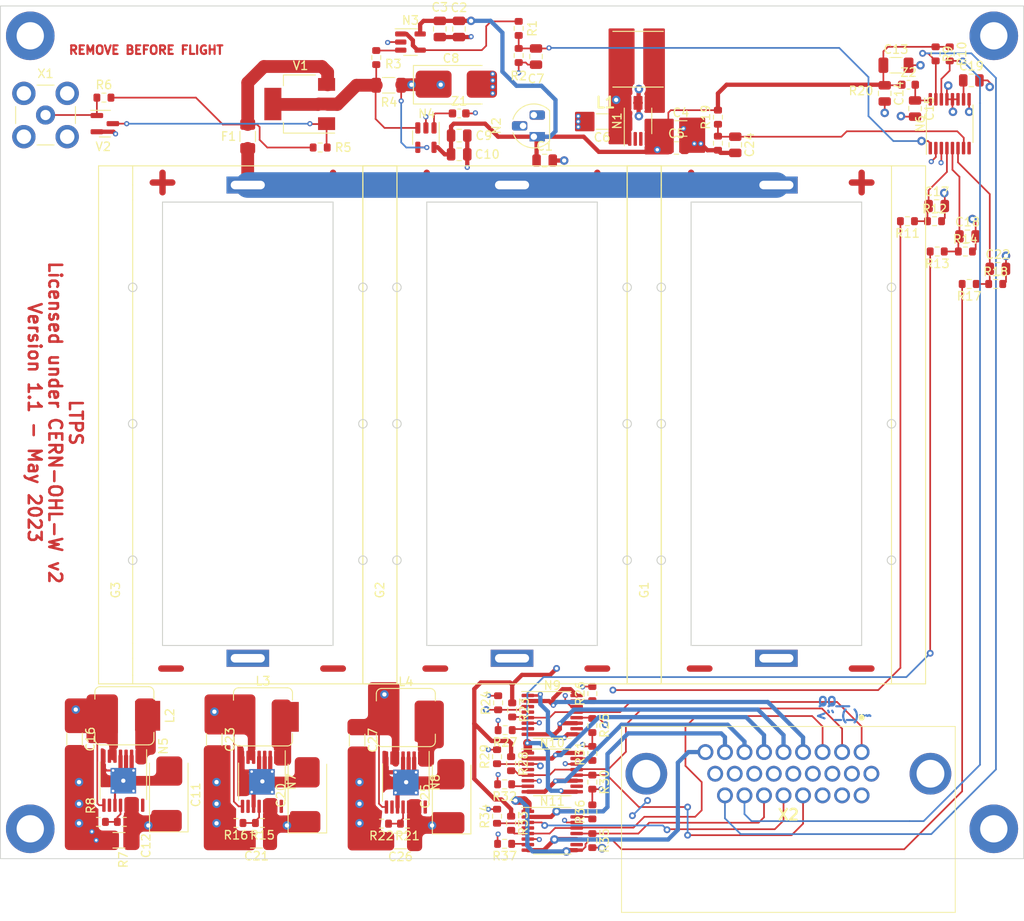
<source format=kicad_pcb>
(kicad_pcb (version 20211014) (generator pcbnew)
  (layers (0 "F.Cu" signal "top.Cu") (1 "In1.Cu" power "GND.Cu") (2 "In2.Cu" signal) (31 "B.Cu" signal "bot.Cu") (34 "B.Paste" user) (35 "F.Paste" user) (36 "B.SilkS" user "B.Silkscreen") (37 "F.SilkS" user "F.Silkscreen") (38 "B.Mask" user) (39 "F.Mask" user) (44 "Edge.Cuts" user))
  (net 0 "")
  (net 1 "+3V3")
  (net 2 "GND")
  (net 3 "main_battery_unregulated")
  (net 4 "main_voltage_sense")
  (net 5 "TPS_A")
  (net 6 "Net-(C15-Pad1)")
  (net 7 "Net-(C17-Pad1)")
  (net 8 "Net-(C18-Pad1)")
  (net 9 "Net-(C19-Pad1)")
  (net 10 "TPS_B")
  (net 11 "Net-(C22-Pad1)")
  (net 12 "Net-(C24-Pad1)")
  (net 13 "TPS_C")
  (net 14 "Net-(F1-Pad1)")
  (net 15 "Net-(F1-Pad2)")
  (net 16 "Net-(L1-Pad2)")
  (net 17 "Net-(L2-Pad2)")
  (net 18 "Net-(L3-Pad2)")
  (net 19 "Net-(L4-Pad2)")
  (net 22 "battery_temp")
  (net 23 "Net-(N3-Pad1)")
  (net 24 "Net-(N3-Pad3)")
  (net 25 "Net-(N4-Pad1)")
  (net 26 "Net-(N4-Pad3)")
  (net 28 "Net-(N5-Pad12)")
  (net 30 "main_current_sense")
  (net 32 "LTPS_SCL")
  (net 33 "LTPS_SDA")
  (net 35 "Net-(N7-Pad12)")
  (net 38 "Net-(N8-Pad12)")
  (net 40 "Net-(R5-Pad1)")
  (net 41 "Net-(R6-Pad2)")
  (net 43 "TPS_A_OC")
  (net 44 "TPS_B_S1_CTRL")
  (net 45 "TPS_C_S1_CTRL")
  (net 46 "Net-(N9-Pad7)")
  (net 48 "TPS_B_S2_CTRL")
  (net 49 "TPS_C_S2_CTRL")
  (net 50 "Net-(N9-Pad15)")
  (net 52 "TPS_A_S1_CTRL")
  (net 53 "TPS_A_S2_CTRL")
  (net 54 "TPS_B_S1")
  (net 55 "TPS_C_S1")
  (net 56 "TPS_B_S2")
  (net 57 "TPS_C_S2")
  (net 58 "TPS_A_S1")
  (net 59 "TPS_A_S2")
  (net 60 "TPS_B_OC")
  (net 61 "Net-(N10-Pad7)")
  (net 63 "Net-(N10-Pad15)")
  (net 65 "TPS_C_OC")
  (net 66 "Net-(N11-Pad7)")
  (net 68 "Net-(N11-Pad15)")
  (footprint "Resistor_SMD:R_0603_1608Metric" (layer "F.Cu") (at 153.416 118.14 90)
    (fp_text reference "R26")
    (fp_text value "330R")
  )
  (footprint "Battery:SAFT_M52" (layer "F.Cu") (at 175 86.5)
    (fp_text reference "G1")
    (fp_text value "SAFT_M52")
    (fp_line (start -10 -26) (end -10 26) (layer "Edge.Cuts") (width 0.12))
    (fp_line (start -10 26) (end 10 26) (layer "Edge.Cuts") (width 0.12))
    (fp_line (start 10 26) (end 10 -26) (layer "Edge.Cuts") (width 0.12))
    (fp_line (start 10 -26) (end -10 -26) (layer "Edge.Cuts") (width 0.12))
    (fp_circle (center 13.5 -16) (end 14 -16) (layer "Edge.Cuts") (width 0.12) (fill none))
    (fp_circle (center 13.5 0) (end 14 0) (layer "Edge.Cuts") (width 0.12) (fill none))
    (fp_circle (center -13.5 0) (end -13 0) (layer "Edge.Cuts") (width 0.12) (fill none))
    (fp_circle (center -13.5 16) (end -13 16) (layer "Edge.Cuts") (width 0.12) (fill none))
    (fp_circle (center -13.5 -16) (end -13 -16) (layer "Edge.Cuts") (width 0.12) (fill none))
    (fp_circle (center 13.5 16) (end 14 16) (layer "Edge.Cuts") (width 0.12) (fill none))
  )
  (footprint "Capacitor_SMD:C_1206_3216Metric" (layer "F.Cu") (at 189.025 44.45)
    (fp_text reference "C13")
    (fp_text value "10u")
  )
  (footprint "Resistor_SMD:R_0603_1608Metric" (layer "F.Cu") (at 190.372 62.738 180)
    (fp_text reference "R11")
    (fp_text value "64k9")
  )
  (footprint "Package_SO:TSSOP-16_4.4x5mm_P0.65mm" (layer "F.Cu") (at 148.717 134.228)
    (fp_text reference "N11")
    (fp_text value "MIC2546-1YTS")
  )
  (footprint "Package_SO:MSOP-8_3x3mm_P0.65mm" (layer "F.Cu") (at 158.7754 50.9778 90)
    (fp_text reference "N1")
    (fp_text value "MCP1642B-33")
  )
  (footprint "Resistor_SMD:R_0603_1608Metric" (layer "F.Cu") (at 168.148 53.594 -90)
    (fp_text reference "R20")
    (fp_text value "10k")
  )
  (footprint "Resistor_SMD:R_0603_1608Metric" (layer "F.Cu") (at 96.1375 48.25 180)
    (fp_text reference "R6")
    (fp_text value "47k")
  )
  (footprint "Inductor_SMD:L_0603_1608Metric" (layer "F.Cu") (at 137.8 50.1)
    (fp_text reference "Z1")
    (fp_text value "Ferrit")
  )
  (footprint "Capacitor_SMD:C_0805_2012Metric" (layer "F.Cu") (at 137.8 54.9)
    (fp_text reference "C10")
    (fp_text value "100n")
  )
  (footprint "Resistor_SMD:R_1206_3216Metric" (layer "F.Cu") (at 129.5375 46.8)
    (fp_text reference "R4")
    (fp_text value "10m")
  )
  (footprint "Capacitor_SMD:C_0805_2012Metric" (layer "F.Cu") (at 146.812 43.434 -90)
    (fp_text reference "C7")
    (fp_text value "100n")
  )
  (footprint "Resistor_SMD:R_0603_1608Metric" (layer "F.Cu") (at 153.416 135.382 -90)
    (fp_text reference "R35")
    (fp_text value "10k")
  )
  (footprint "Resistor_SMD:R_0603_1608Metric" (layer "F.Cu") (at 168.148 50.546 90)
    (fp_text reference "R19")
    (fp_text value "25k")
  )
  (footprint "Resistor_SMD:R_0603_1608Metric" (layer "F.Cu") (at 153.416 128.524 -90)
    (fp_text reference "R30")
    (fp_text value "10k")
  )
  (footprint "Resistor_SMD:R_0603_1608Metric" (layer "F.Cu") (at 144.78 43.307 -90)
    (fp_text reference "R2")
    (fp_text value "25k")
  )
  (footprint "Capacitor_SMD:C_0805_2012Metric" (layer "F.Cu") (at 137.777 40.198 -90)
    (fp_text reference "C2")
    (fp_text value "1u")
  )
  (footprint "Battery:SAFT_M52" (layer "F.Cu") (at 113.01 86.5)
    (fp_text reference "G3")
    (fp_text value "SAFT_M52")
    (fp_line (start 10 26) (end 10 -26) (layer "Edge.Cuts") (width 0.12))
    (fp_line (start -10 26) (end 10 26) (layer "Edge.Cuts") (width 0.12))
    (fp_line (start -10 -26) (end -10 26) (layer "Edge.Cuts") (width 0.12))
    (fp_line (start 10 -26) (end -10 -26) (layer "Edge.Cuts") (width 0.12))
    (fp_circle (center -13.5 16) (end -13 16) (layer "Edge.Cuts") (width 0.12) (fill none))
    (fp_circle (center 13.5 16) (end 14 16) (layer "Edge.Cuts") (width 0.12) (fill none))
    (fp_circle (center 13.5 0) (end 14 0) (layer "Edge.Cuts") (width 0.12) (fill none))
    (fp_circle (center -13.5 0) (end -13 0) (layer "Edge.Cuts") (width 0.12) (fill none))
    (fp_circle (center 13.5 -16) (end 14 -16) (layer "Edge.Cuts") (width 0.12) (fill none))
    (fp_circle (center -13.5 -16) (end -13 -16) (layer "Edge.Cuts") (width 0.12) (fill none))
  )
  (footprint "Inductor_SMD:L_Bourns_SRP7028A_7.3x6.6mm" (layer "F.Cu") (at 131.546 120.95)
    (fp_text reference "L4")
    (fp_text value "6u8")
  )
  (footprint "Resistor_SMD:R_0603_1608Metric" (layer "F.Cu") (at 121.5 54.1 180)
    (fp_text reference "R5")
    (fp_text value "47k")
  )
  (footprint "MountingHole:MountingHole_3.2mm_M3_ISO7380_Pad_TopBottom" (layer "F.Cu") (at 87.5 134)
    (fp_text reference "MECH1" hide)
    (fp_text value "M3" hide)
  )
  (footprint "Package_SO:TSSOP-16-1EP_4.4x5mm_P0.65mm_EP3x3mm_ThermalVias" (layer "F.Cu") (at 98.41 128.362 -90)
    (fp_text reference "N5")
    (fp_text value "TPS61030")
  )
  (footprint "Package_SO:TSSOP-16_4.4x5mm_P0.65mm" (layer "F.Cu") (at 148.717 120.639)
    (fp_text reference "N9")
    (fp_text value "MIC2546-1YTS")
  )
  (footprint "Capacitor_SMD:C_0805_2012Metric" (layer "F.Cu") (at 193.802 60.96)
    (fp_text reference "C17")
    (fp_text value "100n")
  )
  (footprint "Package_TO_SOT_SMD:TSOT-23-5" (layer "F.Cu") (at 132.0875 41.732)
    (fp_text reference "N3")
    (fp_text value "OPA347SA")
  )
  (footprint "Package_TO_SOT_SMD:SOT-23" (layer "F.Cu") (at 96.25 51.3)
    (fp_text reference "V2")
    (fp_text value "BSS806N")
  )
  (footprint "Resistor_SMD:R_0603_1608Metric" (layer "F.Cu") (at 142.24 132.525 90)
    (fp_text reference "R34")
    (fp_text value "10k")
  )
  (footprint "Resistor_SMD:R_0603_1608Metric" (layer "F.Cu") (at 144.78 40.132 90)
    (fp_text reference "R1")
    (fp_text value "10k")
  )
  (footprint "Fuse:Fuse_1206_3216Metric" (layer "F.Cu") (at 113 52.8 90)
    (fp_text reference "F1")
    (fp_text value "Fuse 3A")
  )
  (footprint "Resistor_SMD:R_0603_1608Metric" (layer "F.Cu") (at 128.075 43.55 -90)
    (fp_text reference "R3")
    (fp_text value "47k")
  )
  (footprint "Package_SO:TSSOP-16-1EP_4.4x5mm_P0.65mm_EP3x3mm_ThermalVias" (layer "F.Cu") (at 131.546 128.57 -90)
    (fp_text reference "N8")
    (fp_text value "TPS61030")
  )
  (footprint "MountingHole:MountingHole_3.2mm_M3_ISO7380_Pad_TopBottom" (layer "F.Cu") (at 200.5 41)
    (fp_text reference "MECH3" hide)
    (fp_text value "M3" hide)
  )
  (footprint "Resistor_SMD:R_0603_1608Metric" (layer "F.Cu") (at 111.618 133.315 180)
    (fp_text reference "R16")
    (fp_text value "180k")
  )
  (footprint "Capacitor_SMD:C_1206_3216Metric" (layer "F.Cu") (at 92.695 123.487 -90)
    (fp_text reference "C16")
    (fp_text value "10u")
  )
  (footprint "Capacitor_SMD:C_1206_3216Metric" (layer "F.Cu") (at 125.831 123.617 -90)
    (fp_text reference "C27")
    (fp_text value "10u")
  )
  (footprint "Package_TO_SOT_SMD:SOT-23-5" (layer "F.Cu") (at 133.9 52.9375 -90)
    (fp_text reference "N4")
    (fp_text value "INA180A3")
  )
  (footprint "Inductor_SMD:L_0603_1608Metric" (layer "F.Cu") (at 190.5 46.736)
    (fp_text reference "Z2")
    (fp_text value "Ferrit")
  )
  (footprint "Package_TO_SOT_THT:TO-92_HandSolder" (layer "F.Cu") (at 146.558 52.832 90)
    (fp_text reference "N2")
    (fp_text value "LMT85LP")
  )
  (footprint "Connector_Coaxial:SMB_Jack_Vertical" (layer "F.Cu") (at 89.29 50.29)
    (fp_text reference "X1")
    (fp_text value "R114665000")
  )
  (footprint "MountingHole:MountingHole_3.2mm_M3_ISO7380_Pad_TopBottom" (layer "F.Cu") (at 200.5 134)
    (fp_text reference "MECH2" hide)
    (fp_text value "M3" hide)
  )
  (footprint "Resistor_SMD:R_0603_1608Metric" (layer "F.Cu") (at 197.612 70.104 180)
    (fp_text reference "R17")
    (fp_text value "64k9")
  )
  (footprint "Resistor_SMD:R_0603_1608Metric" (layer "F.Cu") (at 153.416 125.159 90)
    (fp_text reference "R31")
    (fp_text value "330R")
  )
  (footprint "Capacitor_SMD:C_0805_2012Metric" (layer "F.Cu") (at 191.262 49.53 -90)
    (fp_text reference "C15")
    (fp_text value "100n")
  )
  (footprint "Resistor_SMD:R_0603_1608Metric" (layer "F.Cu") (at 144.018 120.06 -90)
    (fp_text reference "R23")
    (fp_text value "6k8")
  )
  (footprint "Resistor_SMD:R_0603_1608Metric" (layer "F.Cu") (at 200.723 70.104)
    (fp_text reference "R18")
    (fp_text value "47k")
  )
  (footprint "Resistor_SMD:R_0603_1608Metric" (layer "F.Cu") (at 95.489 133.188 180)
    (fp_text reference "R8")
    (fp_text value "180k")
  )
  (footprint "Resistor_SMD:R_0603_1608Metric" (layer "F.Cu") (at 193.548 62.738)
    (fp_text reference "R12")
    (fp_text value "47k")
  )
  (footprint "Capacitor_SMD:C_0805_2012Metric" (layer "F.Cu") (at 187.706 47.752 -90)
    (fp_text reference "C14")
    (fp_text value "1u")
  )
  (footprint "Capacitor_Tantalum_SMD:CP_EIA-7343-30_AVX-N" (layer "F.Cu") (at 136.8435 46.736)
    (fp_text reference "C8")
    (fp_text value "220u")
  )
  (footprint "Resistor_SMD:R_0603_1608Metric" (layer "F.Cu") (at 142.24 125.54 90)
    (fp_text reference "R29")
    (fp_text value "10k")
  )
  (footprint "Package_TO_SOT_SMD:SOT-223-3_TabPin2" (layer "F.Cu") (at 119.1 49 180)
    (fp_text reference "V1")
    (fp_text value "NTF5P03T3G")
  )
  (footprint "Capacitor_SMD:C_1206_3216Metric" (layer "F.Cu") (at 154.559 51.054 180)
    (fp_text reference "C6")
    (fp_text value "10u")
  )
  (footprint "SamacSys_Parts:WE-TPC_5818_582892" (layer "F.Cu") (at 158.777 43.746)
    (fp_text reference "L1")
    (fp_text value "4u7" hide)
  )
  (footprint "Resistor_SMD:R_0603_1608Metric" (layer "F.Cu") (at 143.891 126.365 -90)
    (fp_text reference "R28")
    (fp_text value "6k8")
  )
  (footprint "Resistor_SMD:R_0603_1608Metric" (layer "F.Cu") (at 153.416 121.886 -90)
    (fp_text reference "R25")
    (fp_text value "10k")
  )
  (footprint "Package_SO:TSSOP-16-1EP_4.4x5mm_P0.65mm_EP3x3mm_ThermalVias" (layer "F.Cu") (at 114.666 128.489 -90)
    (fp_text reference "N7")
    (fp_text value "TPS61030")
  )
  (footprint "Capacitor_SMD:C_0805_2012Metric" (layer "F.Cu") (at 147.828 55.626)
    (fp_text reference "C1")
    (fp_text value "100n")
  )
  (footprint "Resistor_SMD:R_0603_1608Metric" (layer "F.Cu") (at 142.367 119.22 90)
    (fp_text reference "R24")
    (fp_text value "10k")
  )
  (footprint "Resistor_SMD:R_0603_1608Metric" (layer "F.Cu") (at 195.326 43.117 -90)
    (fp_text reference "R10")
    (fp_text value "6k8")
  )
  (footprint "Capacitor_SMD:C_0805_2012Metric" (layer "F.Cu") (at 137.8 52.7)
    (fp_text reference "C9")
    (fp_text value "1u")
  )
  (footprint "Capacitor_SMD:C_1206_3216Metric" (layer "F.Cu") (at 109.078 123.536 -90)
    (fp_text reference "C23")
    (fp_text value "10u")
  )
  (footprint "Capacitor_SMD:C_0805_2012Metric" (layer "F.Cu") (at 135.527 40.198 -90)
    (fp_text reference "C3")
    (fp_text value "100n")
  )
  (footprint "Resistor_SMD:R_0603_1608Metric" (layer "F.Cu") (at 143.193 122.428 180)
    (fp_text reference "R27")
    (fp_text value "330R")
  )
  (footprint "Resistor_SMD:R_0603_1608Metric" (layer "F.Cu") (at 98.537 133.188 180)
    (fp_text reference "R7")
    (fp_text value "1M6")
  )
  (footprint "SamacSys_Parts:23117682" (layer "F.Cu") (at 185 125)
    (fp_text reference "X2")
    (fp_text value "2311768-2" hide)
  )
  (footprint "Resistor_SMD:R_0603_1608Metric" (layer "F.Cu") (at 143.129 135.763 180)
    (fp_text reference "R37")
    (fp_text value "330R")
  )
  (footprint "Capacitor_SMD:C_0805_2012Metric" (layer "F.Cu") (at 200.977 68.326)
    (fp_text reference "C22")
    (fp_text value "100n")
  )
  (footprint "Capacitor_SMD:C_0805_2012Metric" (layer "F.Cu") (at 170.18 53.782 -90)
    (fp_text reference "C24")
    (fp_text value "100n")
  )
  (footprint "Inductor_SMD:L_Bourns_SRP7028A_7.3x6.6mm" (layer "F.Cu") (at 114.793 120.869)
    (fp_text reference "L3")
    (fp_text value "6u8")
  )
  (footprint "Resistor_SMD:R_0603_1608Metric" (layer "F.Cu") (at 193.865 66.294 180)
    (fp_text reference "R13")
    (fp_text value "64k9")
  )
  (footprint "Inductor_SMD:L_Bourns_SRP7028A_7.3x6.6mm" (layer "F.Cu") (at 98.537 120.742)
    (fp_text reference "L2")
    (fp_text value "6u8")
  )
  (footprint "Package_SO:TSSOP-16_4.4x5mm_P0.65mm" (layer "F.Cu") (at 148.717 127.381)
    (fp_text reference "N10")
    (fp_text value "MIC2546-1YTS")
  )
  (footprint "Capacitor_SMD:C_0805_2012Metric" (layer "F.Cu") (at 197.421 64.516)
    (fp_text reference "C18")
    (fp_text value "100n")
  )
  (footprint "Capacitor_Tantalum_SMD:CP_EIA-7343-30_AVX-N" (layer "F.Cu") (at 136.9155 130.1855 90)
    (fp_text reference "C25")
    (fp_text value "220u")
  )
  (footprint "MountingHole:MountingHole_3.2mm_M3_ISO7380_Pad_TopBottom" (layer "F.Cu") (at 87.5 41)
    (fp_text reference "MECH4" hide)
    (fp_text value "M3" hide)
  )
  (footprint "Resistor_SMD:R_0603_1608Metric" (layer "F.Cu") (at 197.167 66.294)
    (fp_text reference "R14")
    (fp_text value "47k")
  )
  (footprint "Capacitor_SMD:C_0805_2012Metric" (layer "F.Cu") (at 163.2814 54.1528)
    (fp_text reference "C5")
    (fp_text value "100n")
  )
  (footprint "Resistor_SMD:R_0603_1608Metric" (layer "F.Cu") (at 193.675 43.117 -90)
    (fp_text reference "R9")
    (fp_text value "6k8")
  )
  (footprint "Capacitor_SMD:C_1206_3216Metric" (layer "F.Cu") (at 130.911 135.428 180)
    (fp_text reference "C26")
    (fp_text value "10u")
  )
  (footprint "Resistor_SMD:R_0603_1608Metric" (layer "F.Cu") (at 131.737 133.396 180)
    (fp_text reference "R21")
    (fp_text value "1M6")
  )
  (footprint "Battery:SAFT_M52" (layer "F.Cu") (at 144 86.5)
    (fp_text reference "G2")
    (fp_text value "SAFT_M52")
    (fp_line (start -10 -26) (end -10 26) (layer "Edge.Cuts") (width 0.12))
    (fp_line (start 10 26) (end 10 -26) (layer "Edge.Cuts") (width 0.12))
    (fp_line (start -10 26) (end 10 26) (layer "Edge.Cuts") (width 0.12))
    (fp_line (start 10 -26) (end -10 -26) (layer "Edge.Cuts") (width 0.12))
    (fp_circle (center -13.5 0) (end -13 0) (layer "Edge.Cuts") (width 0.12) (fill none))
    (fp_circle (center 13.5 16) (end 14 16) (layer "Edge.Cuts") (width 0.12) (fill none))
    (fp_circle (center -13.5 -16) (end -13 -16) (layer "Edge.Cuts") (width 0.12) (fill none))
    (fp_circle (center -13.5 16) (end -13 16) (layer "Edge.Cuts") (width 0.12) (fill none))
    (fp_circle (center 13.5 -16) (end 14 -16) (layer "Edge.Cuts") (width 0.12) (fill none))
    (fp_circle (center 13.5 0) (end 14 0) (layer "Edge.Cuts") (width 0.12) (fill none))
  )
  (footprint "Package_SO:TSSOP-16_4.4x5mm_P0.65mm" (layer "F.Cu") (at 195.326 51.308 90)
    (fp_text reference "N6")
    (fp_text value "ADS7828")
  )
  (footprint "Resistor_SMD:R_0603_1608Metric" (layer "F.Cu") (at 143.129 128.778 180)
    (fp_text reference "R32")
    (fp_text value "330R")
  )
  (footprint "Resistor_SMD:R_0603_1608Metric" (layer "F.Cu") (at 114.73 133.315 180)
    (fp_text reference "R15")
    (fp_text value "1M6")
  )
  (footprint "Capacitor_SMD:C_1206_3216Metric" (layer "F.Cu") (at 163.8064 51.8668)
    (fp_text reference "C4")
    (fp_text value "10u")
  )
  (footprint "Resistor_SMD:R_0603_1608Metric" (layer "F.Cu") (at 128.689 133.396 180)
    (fp_text reference "R22")
    (fp_text value "180k")
  )
  (footprint "Capacitor_SMD:C_1206_3216Metric" (layer "F.Cu") (at 114.031 135.347 180)
    (fp_text reference "C21")
    (fp_text value "10u")
  )
  (footprint "Resistor_SMD:R_0603_1608Metric" (layer "F.Cu") (at 153.416 132.017 90)
    (fp_text reference "R36")
    (fp_text value "330R")
  )
  (footprint "Capacitor_SMD:C_0805_2012Metric" (layer "F.Cu") (at 197.866 46.228)
    (fp_text reference "C19")
    (fp_text value "100n")
  )
  (footprint "Resistor_SMD:R_0603_1608Metric" (layer "F.Cu") (at 143.891 133.35 -90)
    (fp_text reference "R33")
    (fp_text value "6k8")
  )
  (footprint "Capacitor_SMD:C_1206_3216Metric" (layer "F.Cu") (at 97.902 135.347 180)
    (fp_text reference "C12")
    (fp_text value "10u")
  )
  (footprint "Capacitor_Tantalum_SMD:CP_EIA-7343-30_AVX-N" (layer "F.Cu") (at 103.744 129.9485 90)
    (fp_text reference "C11")
    (fp_text value "220u")
  )
  (footprint "Capacitor_Tantalum_SMD:CP_EIA-7343-30_AVX-N" (layer "F.Cu") (at 120 130.0755 90)
    (fp_text reference "C20")
    (fp_text value "220u")
  )
  (gr_rect (start 84 37.5) (end 204 137.5) (layer "Edge.Cuts") (width 0.1) (fill none))
  (gr_text "LTPS\nLicensed under CERN-OHL-W v2\nVersion 1.1 - May 2023" (at 90.424 86.36 270) (layer "F.Cu") (effects (font (size 1.5 1.5) (thickness 0.3))))
  (gr_text "REMOVE BEFORE FLIGHT" (at 101.092 42.672) (layer "F.Cu") (effects (font (size 1 1) (thickness 0.25))))
  (gr_text "   __QQ\n~~(_)_''>" (at 182.88 119.888) (layer "B.Cu") (effects (font (size 1 1) (thickness 0.25)) (justify mirror)))
  (segment (start 152.4 52.832) (end 153.924 54.356) (width 0.5) (layer "F.Cu") (net 1))
  (segment (start 187.55 46.646) (end 187.706 46.802) (width 0.2) (layer "F.Cu") (net 1))
  (segment (start 139.573 121.666) (end 139.573 128.143) (width 0.5) (layer "F.Cu") (net 1))
  (segment (start 136.85 54.9) (end 136.85 52.7) (width 0.5) (layer "F.Cu") (net 1))
  (segment (start 145.161 115.951) (end 148.463 115.951) (width 0.5) (layer "F.Cu") (net 1))
  (segment (start 162.623 49.721) (end 168.148 49.721) (width 0.2) (layer "F.Cu") (net 1))
  (segment (start 162.3314 50.0126) (end 162.623 49.721) (width 0.2) (layer "F.Cu") (net 1))
  (segment (start 187.706 46.802) (end 189.6465 46.802) (width 0.2) (layer "F.Cu") (net 1))
  (segment (start 187.55 42.828) (end 187.55 44.45) (width 0.2) (layer "F.Cu") (net 1))
  (segment (start 143.764 116.84) (end 144.018 117.094) (width 0.5) (layer "F.Cu") (net 1))
  (segment (start 136.85 51.618) (end 136.85 52.7) (width 0.5) (layer "F.Cu") (net 1))
  (segment (start 135.527 39.248) (end 137.777 39.248) (width 0.5) (layer "F.Cu") (net 1))
  (segment (start 143.637 123.698) (end 141.605 123.698) (width 0.5) (layer "F.Cu") (net 1))
  (segment (start 143.891 131.699) (end 143.891 132.525) (width 0.5) (layer "F.Cu") (net 1))
  (segment (start 139.573 128.143) (end 141.986 130.556) (width 0.5) (layer "F.Cu") (net 1))
  (segment (start 134.85 54.075) (end 135.2788 54.075) (width 0.5) (layer "F.Cu") (net 1))
  (segment (start 153.924 54.356) (end 154.178 54.61) (width 0.5) (layer "F.Cu") (net 1))
  (segment (start 144.018 119.235) (end 144.018 117.094) (width 0.5) (layer "F.Cu") (net 1))
  (segment (start 195.326 42.292) (end 193.675 42.292) (width 0.2) (layer "F.Cu") (net 1))
  (segment (start 146.878 53.152) (end 146.558 52.832) (width 0.5) (layer "F.Cu") (net 1))
  (segment (start 168.148 49.721) (end 168.148 47.752) (width 0.5) (layer "F.Cu") (net 1))
  (segment (start 189.6465 46.802) (end 189.7125 46.736) (width 0.2) (layer "F.Cu") (net 1))
  (segment (start 136.1038 54.9) (end 136.85 54.9) (width 0.5) (layer "F.Cu") (net 1))
  (segment (start 141.605 123.698) (end 139.573 121.666) (width 0.5) (layer "F.Cu") (net 1))
  (segment (start 168.148 47.752) (end 169.164 46.736) (width 0.5) (layer "F.Cu") (net 1))
  (segment (start 187.64 46.736) (end 187.706 46.802) (width 0.5) (layer "F.Cu") (net 1))
  (segment (start 187.55 44.45) (end 187.55 46.646) (width 0.2) (layer "F.Cu") (net 1))
  (segment (start 154.178 54.61) (end 160.02 54.61) (width 0.5) (layer "F.Cu") (net 1))
  (segment (start 140.335 116.84) (end 143.764 116.84) (width 0.5) (layer "F.Cu") (net 1))
  (segment (start 137.16 51.308) (end 136.85 51.618) (width 0.5) (layer "F.Cu") (net 1))
  (segment (start 148.463 115.951) (end 149.225 115.189) (width 0.5) (layer "F.Cu") (net 1))
  (segment (start 139.192 39.243) (end 137.782 39.243) (width 0.5) (layer "F.Cu") (net 1))
  (segment (start 146.878 55.626) (end 146.878 53.152) (width 0.5) (layer "F.Cu") (net 1))
  (segment (start 135.527 39.248) (end 133.622 39.248) (width 0.5) (layer "F.Cu") (net 1))
  (segment (start 142.748 130.556) (end 143.891 131.699) (width 0.5) (layer "F.Cu") (net 1))
  (segment (start 133.622 39.248) (end 133.225 39.645) (width 0.5) (layer "F.Cu") (net 1))
  (segment (start 143.891 123.952) (end 143.637 123.698) (width 0.5) (layer "F.Cu") (net 1))
  (segment (start 169.164 46.736) (end 187.64 46.736) (width 0.5) (layer "F.Cu") (net 1))
  (segment (start 142.367 52.832) (end 140.843 51.308) (width 0.5) (layer "F.Cu") (net 1))
  (segment (start 135.2788 54.075) (end 136.1038 54.9) (width 0.5) (layer "F.Cu") (net 1))
  (segment (start 193.675 42.292) (end 188.086 42.292) (width 0.2) (layer "F.Cu") (net 1))
  (segment (start 188.086 42.292) (end 187.55 42.828) (width 0.2) (layer "F.Cu") (net 1))
  (segment (start 146.558 52.832) (end 142.367 52.832) (width 0.5) (layer "F.Cu") (net 1))
  (segment (start 146.558 52.832) (end 152.4 52.832) (width 0.5) (layer "F.Cu") (net 1))
  (segment (start 162.3314 51.8668) (end 162.3314 50.0126) (width 0.2) (layer "F.Cu") (net 1))
  (segment (start 139.573 121.666) (end 139.573 117.602) (width 0.5) (layer "F.Cu") (net 1))
  (segment (start 140.843 51.308) (end 137.16 51.308) (width 0.5) (layer "F.Cu") (net 1))
  (segment (start 143.891 125.54) (end 143.891 123.952) (width 0.5) (layer "F.Cu") (net 1))
  (segment (start 137.782 39.243) (end 137.777 39.248) (width 0.5) (layer "F.Cu") (net 1))
  (segment (start 139.573 117.602) (end 140.335 116.84) (width 0.5) (layer "F.Cu") (net 1))
  (segment (start 144.018 117.094) (end 145.161 115.951) (width 0.5) (layer "F.Cu") (net 1))
  (segment (start 133.225 39.645) (end 133.225 40.782) (width 0.5) (layer "F.Cu") (net 1))
  (segment (start 141.986 130.556) (end 142.748 130.556) (width 0.5) (layer "F.Cu") (net 1))
  (via (at 149.225 115.189) (size 0.8) (drill 0.4) (layers "F.Cu" "B.Cu") (net 1))
  (via (at 139.192 39.243) (size 1) (drill 0.5) (layers "F.Cu" "B.Cu") (net 1))
  (via (at 161.036 54.356) (size 0.8) (drill 0.4) (layers "F.Cu" "B.Cu") (net 1))
  (segment (start 149.098 52.197) (end 149.098 48.514) (width 0.5) (layer "B.Cu") (net 1))
  (segment (start 141.478 39.243) (end 139.192 39.243) (width 0.5) (layer "B.Cu") (net 1))
  (segment (start 146.558 52.832) (end 148.463 52.832) (width 0.5) (layer "B.Cu") (net 1))
  (segment (start 148.463 52.832) (end 149.098 52.197) (width 0.5) (layer "B.Cu") (net 1))
  (segment (start 142.875 45.212) (end 142.875 45.085) (width 0.5) (layer "B.Cu") (net 1))
  (segment (start 147.447 46.863) (end 144.526 46.863) (width 0.5) (layer "B.Cu") (net 1))
  (segment (start 149.098 48.514) (end 148.336 47.752) (width 0.5) (layer "B.Cu") (net 1))
  (segment (start 144.526 46.863) (end 142.875 45.212) (width 0.5) (layer "B.Cu") (net 1))
  (segment (start 142.875 40.64) (end 141.732 39.497) (width 0.5) (layer "B.Cu") (net 1))
  (segment (start 142.875 45.085) (end 142.875 40.64) (width 0.5) (layer "B.Cu") (net 1))
  (segment (start 141.732 39.497) (end 141.478 39.243) (width 0.5) (layer "B.Cu") (net 1))
  (segment (start 148.336 47.752) (end 147.447 46.863) (width 0.5) (layer "B.Cu") (net 1))
  (segment (start 153.416 131.192) (end 153.416 129.349) (width 0.2) (layer "F.Cu") (net 2))
  (segment (start 197.992 66.294) (end 198.12 66.294) (width 0.2) (layer "F.Cu") (net 2))
  (segment (start 114.341 128.164) (end 114.666 128.489) (width 0.5) (layer "F.Cu") (net 2))
  (segment (start 196.301 48.4455) (end 195.001 48.4455) (width 0.2) (layer "F.Cu") (net 2))
  (segment (start 158.8473 50.3893) (end 158.877 50.419) (width 0.5) (layer "F.Cu") (net 2))
  (segment (start 131.582 128.534) (end 131.546 128.57) (width 0.5) (layer "F.Cu") (net 2))
  (segment (start 142.24 124.715) (end 141.225 124.715) (width 0.2) (layer "F.Cu") (net 2))
  (segment (start 198.816 46.228) (end 199.771 46.228) (width 0.2) (layer "F.Cu") (net 2))
  (segment (start 194.752 59.497) (end 194.691 59.436) (width 0.2) (layer "F.Cu") (net 2))
  (segment (start 114.991 128.164) (end 114.7195 128.4355) (width 0.5) (layer "F.Cu") (net 2))
  (segment (start 147.148 121.614) (end 147.193 121.569) (width 0.2) (layer "F.Cu") (net 2))
  (segment (start 112.577 127.289) (end 113.466 127.289) (width 0.5) (layer "F.Cu") (net 2))
  (segment (start 154.495 136.207) (end 154.559 136.271) (width 0.2) (layer "F.Cu") (net 2))
  (segment (start 201.93 69.85) (end 201.93 68.329) (width 0.2) (layer "F.Cu") (net 2))
  (segment (start 197.601 48.4455) (end 197.601 49.9) (width 0.2) (layer "F.Cu") (net 2))
  (segment (start 133.9 51.8) (end 133.9 50.5) (width 0.2) (layer "F.Cu") (net 2))
  (segment (start 194.752 62.359) (end 194.373 62.738) (width 0.2) (layer "F.Cu") (net 2))
  (segment (start 144.78 44.132) (end 144.78 45.339) (width 0.2) (layer "F.Cu") (net 2))
  (segment (start 114.991 125.614) (end 114.991 128.164) (width 0.5) (layer "F.Cu") (net 2))
  (segment (start 153.416 136.207) (end 154.495 136.207) (width 0.2) (layer "F.Cu") (net 2))
  (segment (start 151.5795 126.406) (end 150.282 126.406) (width 0.2) (layer "F.Cu") (net 2))
  (segment (start 141.225 124.715) (end 141.224 124.714) (width 0.2) (layer "F.Cu") (net 2))
  (segment (start 158.8473 48.8653) (end 158.8473 50.3893) (width 0.5) (layer "F.Cu") (net 2))
  (segment (start 158.8473 47.2737) (end 158.877 47.244) (width 0.5) (layer "F.Cu") (net 2))
  (segment (start 138.75 54.9) (end 138.75 56.4286) (width 0.5) (layer "F.Cu") (net 2))
  (segment (start 98.085 125.487) (end 98.085 128.037) (width 0.5) (layer "F.Cu") (net 2))
  (segment (start 114.341 125.614) (end 114.341 128.164) (width 0.5) (layer "F.Cu") (net 2))
  (segment (start 195.001 48.4455) (end 195.001 46.98216) (width 0.2) (layer "F.Cu") (net 2))
  (segment (start 98.735 128.037) (end 98.41 128.362) (width 0.2) (layer "F.Cu") (net 2))
  (segment (start 151.5795 119.664) (end 150.926994 119.664) (width 0.2) (layer "F.Cu") (net 2))
  (segment (start 190.5 44.45) (end 191.897 44.45) (width 0.2) (layer "F.Cu") (net 2))
  (segment (start 96.135 125.487) (end 96.135 126.849) (width 0.25) (layer "F.Cu") (net 2))
  (segment (start 142.368 121.286) (end 142.367 121.285) (width 0.2) (layer "F.Cu") (net 2))
  (segment (start 194.752 60.96) (end 194.752 59.497) (width 0.2) (layer "F.Cu") (net 2))
  (segment (start 158.4504 48.8653) (end 158.8473 48.8653) (width 0.5) (layer "F.Cu") (net 2))
  (segment (start 96.448 127.162) (end 97.21 127.162) (width 0.25) (layer "F.Cu") (net 2))
  (segment (start 112.391 125.614) (end 112.391 127.103) (width 0.5) (layer "F.Cu") (net 2))
  (segment (start 195.651 48.4455) (end 195.651 49.855) (width 0.2) (layer "F.Cu") (net 2))
  (segment (start 147.141 135.203) (end 147.193 135.255) (width 0.2) (layer "F.Cu") (net 2))
  (segment (start 132.521 127.595) (end 131.582 128.534) (width 0.5) (layer "F.Cu") (net 2))
  (segment (start 191.262 50.48) (end 189.672 50.48) (width 0.2) (layer "F.Cu") (net 2))
  (segment (start 130.571 131.445) (end 130.571 129.545) (width 0.5) (layer "F.Cu") (net 2))
  (segment (start 99.385 125.487) (end 99.385 126.937) (width 0.5) (layer "F.Cu") (net 2))
  (segment (start 187.706 48.702) (end 187.706 50.038) (width 0.2) (layer "F.Cu") (net 2))
  (segment (start 94.664 133.188) (end 94.664 134.268) (width 0.5) (layer "F.Cu") (net 2))
  (segment (start 197.601 49.9) (end 197.612 49.911) (width 0.2) (layer "F.Cu") (net 2))
  (segment (start 201.548 70.104) (end 201.676 70.104) (width 0.2) (layer "F.Cu") (net 2))
  (segment (start 137.777 41.148) (end 139.152 41.148) (width 0.5) (layer "F.Cu") (net 2))
  (segment (start 142.304 128.778) (end 142.304 127.698) (width 0.2) (layer "F.Cu") (net 2))
  (segment (start 189.672 50.48) (end 189.611 50.419) (width 0.2) (layer "F.Cu") (net 2))
  (segment (start 135.527 41.148) (end 137.777 41.148) (width 0.5) (layer "F.Cu") (net 2))
  (segment (start 131.871 128.245) (end 131.546 128.57) (width 0.5) (layer "F.Cu") (net 2))
  (segment (start 153.416 117.315) (end 152.306 117.315) (width 0.2) (layer "F.Cu") (net 2))
  (segment (start 129.271 125.695) (end 129.271 127.311) (width 0.5) (layer "F.Cu") (net 2))
  (segment (start 141.255 118.395) (end 141.224 118.364) (width 0.2) (layer "F.Cu") (net 2))
  (segment (start 145.8545 121.614) (end 147.148 121.614) (width 0.2) (layer "F.Cu") (net 2))
  (segment (start 142.304 135.763) (end 142.304 134.683) (width 0.2) (layer "F.Cu") (net 2))
  (segment (start 97.435 131.237) (end 97.435 129.787) (width 0.25) (layer "F.Cu") (net 2))
  (segment (start 145.8545 128.356) (end 147.152 128.356) (width 0.2) (layer "F.Cu") (net 2))
  (segment (start 168.148 54.419) (end 166.9156 54.419) (width 0.5) (layer "F.Cu") (net 2))
  (segment (start 139.152 41.148) (end 139.202 41.098) (width 0.5) (layer "F.Cu") (net 2))
  (segment (start 198.374 66.04) (end 198.374 64.519) (width 0.2) (layer "F.Cu") (net 2))
  (segment (start 153.416 122.711) (end 153.416 124.334) (width 0.2) (layer "F.Cu") (net 2))
  (segment (start 131.221 125.695) (end 131.221 128.245) (width 0.5) (layer "F.Cu") (net 2))
  (segment (start 98.735 125.487) (end 98.735 128.037) (width 0.5) (layer "F.Cu") (net 2))
  (segment (start 99.385 126.937) (end 99.61 127.162) (width 0.2) (layer "F.Cu") (net 2))
  (segment (start 96.427 135.347) (end 95.235 135.347) (width 0.5) (layer "F.Cu") (net 2))
  (segment (start 98.085 128.037) (end 98.41 128.362) (width 0.2) (layer "F.Cu") (net 2))
  (segment (start 145.857 44.384) (end 145.605 44.132) (width 0.2) (layer "F.Cu") (net 2))
  (segment (start 199.771 46.228) (end 200.152 46.609) (width 0.2) (layer "F.Cu") (net 2))
  (segment (start 114.7195 128.4355) (end 114.666 128.489) (width 0.5) (layer "F.Cu") (net 2))
  (segment (start 168.461 54.732) (end 168.148 54.419) (width 0.5) (layer "F.Cu") (net 2))
  (segment (start 152.306 117.315) (end 152.273 117.348) (width 0.2) (layer "F.Cu") (net 2))
  (segment (start 129.33 127.37) (end 130.346 127.37) (width 0.5) (layer "F.Cu") (net 2))
  (segment (start 130.571 129.545) (end 131.546 128.57) (width 0.5) (layer "F.Cu") (net 2))
  (segment (start 113.691 129.914) (end 113.466 129.689) (width 0.5) (layer "F.Cu") (net 2))
  (segment (start 201.927 68.326) (end 201.927 66.805) (width 0.2) (layer "F.Cu") (net 2))
  (segment (start 195.651 49.855) (end 195.707 49.911) (width 0.2) (layer "F.Cu") (net 2))
  (segment (start 154.413793 129.349) (end 154.4445 129.318293) (width 0.2) (layer "F.Cu") (net 2))
  (segment (start 201.676 70.104) (end 201.93 69.85) (width 0.2) (layer "F.Cu") (net 2))
  (segment (start 129.271 127.311) (end 129.33 127.37) (width 0.5) (layer "F.Cu") (net 2))
  (segment (start 142.367 118.395) (end 141.255 118.395) (width 0.2) (layer "F.Cu") (net 2))
  (segment (start 170.18 54.732) (end 168.461 54.732) (width 0.5) (layer "F.Cu") (net 2))
  (segment (start 150.282 126.406) (end 150.241 126.365) (width 0.2) (layer "F.Cu") (net 2))
  (segment (start 153.416 124.334) (end 152.524828 124.334) (width 0.2) (layer "F.Cu") (net 2))
  (segment (start 96.135 126.849) (end 96.448 127.162) (width 0.25) (layer "F.Cu") (net 2))
  (segment (start 130.95 41.732) (end 129.464 41.732) (width 0.2) (layer "F.Cu") (net 2))
  (segment (start 146.812 44.384) (end 145.857 44.384) (width 0.2) (layer "F.Cu") (net 2))
  (segment (start 198.12 66.294) (end 198.374 66.04) (width 0.2) (layer "F.Cu") (net 2))
  (segment (start 115.641 125.614) (end 115.641 127.514) (width 0.5) (layer "F.Cu") (net 2))
  (segment (start 132.521 125.695) (end 132.521 127.595) (width 0.5) (layer "F.Cu") (net 2))
  (segment (start 112.391 127.103) (end 112.577 127.289) (width 0.5) (layer "F.Cu") (net 2))
  (segment (start 97.25 52.25) (end 97.5 52.5) (width 0.5) (layer "F.Cu") (net 2))
  (segment (start 145.8545 135.203) (end 147.141 135.203) (width 0.2) (layer "F.Cu") (net 2))
  (segment (start 158.8473 48.8653) (end 159.1004 48.8653) (width 0.5) (layer "F.Cu") (net 2))
  (segment (start 201.927 66.805) (end 201.93 66.802) (width 0.2) (layer "F.Cu") (net 2))
  (segment (start 195.001 46.98216) (end 195.1505 46.83266) (width 0.2) (layer "F.Cu") (net 2))
  (segment (start 142.304 127.698) (end 142.367 127.635) (width 0.2) (layer "F.Cu") (net 2))
  (segment (start 148.778 55.626) (end 150.114 55.626) (width 0.5) (layer "F.Cu") (net 2))
  (segment (start 151.5795 133.253) (end 150.409055 133.253) (width 0.2) (layer "F.Cu") (net 2))
  (segment (start 153.416 129.349) (end 154.413793 129.349) (width 0.2) (layer "F.Cu") (net 2))
  (segment (start 150.241 118.978006) (end 150.241 118.3765) (width 0.2) (layer "F.Cu") (net 2))
  (segment (start 142.368 122.428) (end 142.368 121.286) (width 0.2) (layer "F.Cu") (net 2))
  (segment (start 198.371 64.516) (end 198.371 62.862) (width 0.2) (layer "F.Cu") (net 2))
  (segment (start 131.871 125.695) (end 131.871 128.245) (width 0.5) (layer "F.Cu") (net 2))
  (segment (start 150.409055 133.253) (end 150.160555 133.0045) (width 0.2) (layer "F.Cu") (net 2))
  (segment (start 142.304 134.683) (end 142.367 134.62) (width 0.2) (layer "F.Cu") (net 2))
  (segment (start 131.221 128.245) (end 131.546 128.57) (width 0.5) (layer "F.Cu") (net 2))
  (segment (start 97.435 129.787) (end 97.21 129.562) (width 0.25) (layer "F.Cu") (net 2))
  (segment (start 198.371 62.862) (end 197.993 62.484) (width 0.2) (layer "F.Cu") (net 2))
  (segment (start 138.75 56.4286) (end 138.7602 56.4388) (width 0.5) (layer "F.Cu") (net 2))
  (segment (start 129.464 41.732) (end 129.413 41.783) (width 0.2) (layer "F.Cu") (net 2))
  (segment (start 145.605 44.132) (end 144.78 44.132) (width 0.2) (layer "F.Cu") (net 2))
  (segment (start 147.152 128.356) (end 147.193 128.397) (width 0.2) (layer "F.Cu") (net 2))
  (segment (start 201.93 68.329) (end 201.927 68.326) (width 0.2) (layer "F.Cu") (net 2))
  (segment (start 166.9156 54.419) (end 166.1414 53.6448) (width 0.5) (layer "F.Cu") (net 2))
  (segment (start 150.926994 119.664) (end 150.241 118.978006) (width 0.2) (layer "F.Cu") (net 2))
  (segment (start 152.524828 124.334) (end 152.293391 124.102563) (width 0.2) (layer "F.Cu") (net 2))
  (segment (start 141.225 131.7) (end 141.224 131.699) (width 0.2) (layer "F.Cu") (net 2))
  (segment (start 142.24 131.7) (end 141.225 131.7) (width 0.2) (layer "F.Cu") (net 2))
  (segment (start 95.3125 52.25) (end 97.25 52.25) (width 0.5) (layer "F.Cu") (net 2))
  (segment (start 115.641 127.514) (end 114.666 128.489) (width 0.5) (layer "F.Cu") (net 2))
  (segment (start 194.752 60.96) (end 194.752 62.359) (width 0.2) (layer "F.Cu") (net 2))
  (segment (start 158.8473 48.8653) (end 158.8473 47.2737) (width 0.5) (layer "F.Cu") (net 2))
  (segment (start 198.374 64.519) (end 198.371 64.516) (width 0.2) (layer "F.Cu") (net 2))
  (segment (start 138.75 54.9) (end 138.75 52.7) (width 0.5) (layer "F.Cu") (net 2))
  (segment (start 113.691 131.364) (end 113.691 129.914) (width 0.5) (layer "F.Cu") (net 2))
  (segment (start 94.664 134.268) (end 94.727 134.331) (width 0.5) (layer "F.Cu") (net 2))
  (via (at 154.4445 129.318293) (size 0.6) (drill 0.3) (layers "F.Cu" "B.Cu") (net 2))
  (via (at 133.9 50.5) (size 0.6) (drill 0.3) (layers "F.Cu" "B.Cu") (net 2))
  (via (at 151.765 50.419) (size 0.6) (drill 0.3) (layers "F.Cu" "B.Cu") (net 2))
  (via (at 197.993 62.484) (size 1) (drill 0.5) (layers "F.Cu" "B.Cu") (net 2))
  (via (at 150.241 126.365) (size 0.6) (drill 0.3) (layers "F.Cu" "B.Cu") (net 2))
  (via (at 194.691 59.436) (size 1) (drill 0.5) (layers "F.Cu" "B.Cu") (net 2))
  (via (at 200.025 46.99) (size 1) (drill 0.5) (layers "F.Cu" "B.Cu") (net 2))
  (via (at 151.765 51.689) (size 0.6) (drill 0.3) (layers "F.Cu" "B.Cu") (net 2))
  (via (at 150.114 55.626) (size 1) (drill 0.5) (layers "F.Cu" "B.Cu") (net 2))
  (via (at 141.732 46.228) (size 0.6) (drill 0.3) (layers "F.Cu" "B.Cu") (net 2))
  (via (at 147.193 135.255) (size 0.6) (drill 0.3) (layers "F.Cu" "B.Cu") (net 2))
  (via (at 109.347 133.35) (size 1) (drill 0.5) (layers "F.Cu" "B.Cu") (net 2))
  (via (at 141.732 47.752) (size 0.6) (drill 0.3) (layers "F.Cu" "B.Cu") (net 2))
  (via (at 144.78 45.339) (size 0.6) (drill 0.3) (layers "F.Cu" "B.Cu") (net 2))
  (via (at 164.1094 51.8668) (size 0.6) (drill 0.3) (layers "F.Cu" "B.Cu") (net 2))
  (via (at 109.347 131.064) (size 1) (drill 0.5) (layers "F.Cu" "B.Cu") (net 2))
  (via (at 158.877 50.419) (size 1) (drill 0.5) (layers "F.Cu" "B.Cu") (net 2))
  (via (at 126.111 131.064) (size 1) (drill 0.5) (layers "F.Cu" "B.Cu") (net 2))
  (via (at 126.111 128.524) (size 1) (drill 0.5) (layers "F.Cu" "B.Cu") (net 2))
  (via (at 195.707 49.911) (size 1) (drill 0.5) (layers "F.Cu" "B.Cu") (net 2))
  (via (at 131.582 128.534) (size 1) (drill 0.5) (layers "F.Cu" "B.Cu") (net 2))
  (via (at 187.706 50.038) (size 1) (drill 0.5) (layers "F.Cu" "B.Cu") (net 2))
  (via (at 201.93 66.802) (size 1) (drill 0.5) (layers "F.Cu" "B.Cu") (net 2))
  (via (at 166.1414 53.6448) (size 0.6) (drill 0.3) (layers "F.Cu" "B.Cu") (net 2))
  (via (at 109.347 128.524) (size 1) (drill 0.5) (layers "F.Cu" "B.Cu") (net 2))
  (via (at 114.7195 128.4355) (size 1) (drill 0.5) (layers "F.Cu" "B.Cu") (net 2))
  (via (at 195.1505 46.83266) (size 1) (drill 0.5) (layers "F.Cu" "B.Cu") (net 2))
  (via (at 97.5 52.5) (size 0.6) (drill 0.3) (layers "F.Cu" "B.Cu") (net 2))
  (via (at 95.235 135.347) (size 0.6) (drill 0.3) (layers "F.Cu" "B.Cu") (net 2))
  (via (at 152.273 117.348) (size 0.6) (drill 0.3) (layers "F.Cu" "B.Cu") (net 2))
  (via (at 141.224 131.699) (size 0.6) (drill 0.3) (layers "F.Cu" "B.Cu") (net 2))
  (via (at 141.224 118.364) (size 0.6) (drill 0.3) (layers "F.Cu" "B.Cu") (net 2))
  (via (at 154.559 136.271) (size 1) (drill 0.5) (layers "F.Cu" "B.Cu") (net 2))
  (via (at 142.367 121.285) (size 0.6) (drill 0.3) (layers "F.Cu" "B.Cu") (net 2))
  (via (at 93.218 133.35) (size 1) (drill 0.5) (layers "F.Cu" "B.Cu") (net 2))
  (via (at 147.193 121.569) (size 0.6) (drill 0.3) (layers "F.Cu" "B.Cu") (net 2))
  (via (at 141.732 45.466) (size 0.6) (drill 0.3) (layers "F.Cu" "B.Cu") (net 2))
  (via (at 165.3794 53.6448) (size 0.6) (drill 0.3) (layers "F.Cu" "B.Cu") (net 2))
  (via (at 139.202 41.098) (size 0.6) (drill 0.3) (layers "F.Cu" "B.Cu") (net 2))
  (via (at 93.218 131.064) (size 1) (drill 0.5) (layers "F.Cu" "B.Cu") (net 2))
  (via (at 141.224 124.714) (size 0.6) (drill 0.3) (layers "F.Cu" "B.Cu") (net 2))
  (via (at 150.160555 133.0045) (size 0.6) (drill 0.3) (layers "F.Cu" "B.Cu") (net 2))
  (via (at 142.367 134.62) (size 0.6) (drill 0.3) (layers "F.Cu" "B.Cu") (net 2))
  (via (at 129.413 41.783) (size 0.6) (drill 0.3) (layers "F.Cu" "B.Cu") (net 2))
  (via (at 147.193 128.397) (size 0.6) (drill 0.3) (layers "F.Cu" "B.Cu") (net 2))
  (via (at 158.877 47.244) (size 1) (drill 0.5) (layers "F.Cu" "B.Cu") (net 2))
  (via (at 126.111 133.35) (size 1) (drill 0.5) (layers "F.Cu" "B.Cu") (net 2))
  (via (at 189.611 50.419) (size 1) (drill 0.5) (layers "F.Cu" "B.Cu") (net 2))
  (via (at 141.732 46.99) (size 0.6) (drill 0.3) (layers "F.Cu" "B.Cu") (net 2))
  (via (at 93.218 128.524) (size 1) (drill 0.5) (layers "F.Cu" "B.Cu") (net 2))
  (via (at 197.612 49.911) (size 1) (drill 0.5) (layers "F.Cu" "B.Cu") (net 2))
  (via (at 94.727 134.331) (size 0.6) (drill 0.3) (layers "F.Cu" "B.Cu") (net 2))
  (via (at 138.75 56.4286) (size 0.6) (drill 0.3) (layers "F.Cu" "B.Cu") (net 2))
  (via (at 98.41 128.362) (size 1) (drill 0.5) (layers "F.Cu" "B.Cu") (net 2))
  (via (at 151.765 51.054) (size 0.6) (drill 0.3) (layers "F.Cu" "B.Cu") (net 2))
  (via (at 142.367 127.635) (size 0.6) (drill 0.3) (layers "F.Cu" "B.Cu") (net 2))
  (via (at 150.241 118.3765) (size 0.6) (drill 0.3) (layers "F.Cu" "B.Cu") (net 2))
  (via (at 152.293391 124.102563) (size 0.6) (drill 0.3) (layers "F.Cu" "B.Cu") (net 2))
  (via (at 191.897 44.45) (size 1) (drill 0.5) (layers "F.Cu" "B.Cu") (net 2))
  (segment (start 112.391 131.364) (end 111.933 131.364) (width 0.2) (layer "F.Cu") (net 3))
  (segment (start 95.57 131.237) (end 95.362 131.029) (width 0.2) (layer "F.Cu") (net 3))
  (segment (start 129.26448 131.43848) (end 128.77148 131.43848) (width 0.2) (layer "F.Cu") (net 3))
  (segment (start 129.271 131.445) (end 129.26448 131.43848) (width 0.2) (layer "F.Cu") (net 3))
  (segment (start 128.821 122.512) (end 128.821 120.95) (width 0.2) (layer "F.Cu") (net 3))
  (segment (start 111.933 131.364) (end 111.379 130.81) (width 0.2) (layer "F.Cu") (net 3))
  (segment (start 131.064 46.736) (end 131 46.8) (width 1) (layer "F.Cu") (net 3))
  (segment (start 111.379 121.558) (end 112.068 120.869) (width 0.2) (layer "F.Cu") (net 3))
  (segment (start 128.397 122.936) (end 128.821 122.512) (width 0.2) (layer "F.Cu") (net 3))
  (segment (start 132.95 54.075) (end 133.975 54.075) (width 0.2) (layer "F.Cu") (net 3))
  (segment (start 128.77148 131.43848) (end 128.397 131.064) (width 0.2) (layer "F.Cu") (net 3))
  (segment (start 95.362 131.029) (end 95.362 123.917) (width 0.2) (layer "F.Cu") (net 3))
  (segment (start 133.975 54.075) (end 134 54.1) (width 0.2) (layer "F.Cu") (net 3))
  (segment (start 128.397 131.064) (end 128.397 122.936) (width 0.2) (layer "F.Cu") (net 3))
  (segment (start 111.379 130.81) (end 111.379 121.558) (width 0.2) (layer "F.Cu") (net 3))
  (segment (start 131 46.8) (end 131 48.641) (width 0.2) (layer "F.Cu") (net 3))
  (segment (start 133.731 46.736) (end 132.207 46.736) (width 1.5) (layer "F.Cu") (net 3))
  (segment (start 132.207 46.736) (end 131.064 46.736) (width 1.5) (layer "F.Cu") (net 3))
  (segment (start 96.135 131.237) (end 95.57 131.237) (width 0.2) (layer "F.Cu") (net 3))
  (via (at 92.837 120.015) (size 1) (drill 0.5) (layers "F.Cu" "B.Cu") (net 3))
  (via (at 156.21 48.514) (size 1) (drill 0.5) (layers "F.Cu" "B.Cu") (net 3))
  (via (at 132.207 46.736) (size 1) (drill 0.5) (layers "F.Cu" "B.Cu") (net 3))
  (via (at 109.093 120.269) (size 1) (drill 0.5) (layers "F.Cu" "B.Cu") (net 3))
  (via (at 131 48.641) (size 0.6) (drill 0.3) (layers "F.Cu" "B.Cu") (net 3))
  (via (at 129.032 118.237) (size 1) (drill 0.5) (layers "F.Cu" "B.Cu") (net 3))
  (via (at 134 54.1) (size 0.6) (drill 0.3) (layers "F.Cu" "B.Cu") (net 3))
  (via (at 135.636 46.736) (size 1) (drill 0.5) (layers "F.Cu" "B.Cu") (net 3))
  (segment (start 131.6 54.1) (end 131 53.5) (width 0.2) (layer "B.Cu") (net 3))
  (segment (start 134 54.1) (end 131.6 54.1) (width 0.2) (layer "B.Cu") (net 3))
  (segment (start 131 53.5) (end 131 48.641) (width 0.2) (layer "B.Cu") (net 3))
  (segment (start 192.786 53.34) (end 193.051 53.605) (width 0.2) (layer "F.Cu") (net 4))
  (segment (start 144.78 40.957) (end 144.78 42.482) (width 0.2) (layer "F.Cu") (net 4))
  (segment (start 146.812 42.484) (end 148.27 42.484) (width 0.2) (layer "F.Cu") (net 4))
  (segment (start 144.78 42.482) (end 146.81 42.482) (width 0.2) (layer "F.Cu") (net 4))
  (segment (start 192.024 53.34) (end 192.786 53.34) (width 0.2) (layer "F.Cu") (net 4))
  (segment (start 193.051 53.605) (end 193.051 54.1705) (width 0.2) (layer "F.Cu") (net 4))
  (segment (start 146.81 42.482) (end 146.812 42.484) (width 0.2) (layer "F.Cu") (net 4))
  (segment (start 148.27 42.484) (end 148.336 42.418) (width 0.2) (layer "F.Cu") (net 4))
  (via (at 192.024 53.34) (size 1) (drill 0.5) (layers "F.Cu" "B.Cu") (net 4))
  (via (at 148.336 42.418) (size 0.6) (drill 0.3) (layers "F.Cu" "B.Cu") (net 4))
  (segment (start 185.547 45.593) (end 185.801 45.847) (width 0.2) (layer "B.Cu") (net 4))
  (segment (start 148.336 42.418) (end 182.372 42.418) (width 0.2) (layer "B.Cu") (net 4))
  (segment (start 185.801 50.419) (end 188.722 53.34) (width 0.2) (layer "B.Cu") (net 4))
  (segment (start 188.722 53.34) (end 192.024 53.34) (width 0.2) (layer "B.Cu") (net 4))
  (segment (start 185.801 45.847) (end 185.801 50.419) (width 0.2) (layer "B.Cu") (net 4))
  (segment (start 182.372 42.418) (end 185.547 45.593) (width 0.2) (layer "B.Cu") (net 4))
  (segment (start 151.5795 122.914) (end 150.517 122.914) (width 0.5) (layer "F.Cu") (net 5))
  (segment (start 145.8545 118.364) (end 147.193 118.364) (width 0.3) (layer "F.Cu") (net 5))
  (segment (start 147.193 118.364) (end 147.32 118.237) (width 0.2) (layer "F.Cu") (net 5))
  (segment (start 150.517 122.914) (end 150.114 123.317) (width 0.5) (layer "F.Cu") (net 5))
  (segment (start 186.944 117.729) (end 155.829 117.729) (width 0.2) (layer "F.Cu") (net 5))
  (segment (start 189.547 62.738) (end 189.547 115.126) (width 0.2) (layer "F.Cu") (net 5))
  (segment (start 189.547 115.126) (end 186.944 117.729) (width 0.2) (layer "F.Cu") (net 5))
  (via (at 150.114 123.317) (size 0.6) (drill 0.3) (layers "F.Cu" "B.Cu") (net 5))
  (via (at 155.829 117.729) (size 0.8) (drill 0.4) (layers "F.Cu" "B.Cu") (net 5))
  (via (at 101.346 133.604) (size 1) (drill 0.5) (layers "F.Cu" "B.Cu") (net 5))
  (via (at 147.32 118.237) (size 0.6) (drill 0.3) (layers "F.Cu" "B.Cu") (net 5))
  (segment (start 148.209 122.555) (end 148.209 120.777) (width 0.5) (layer "B.Cu") (net 5))
  (segment (start 148.209 120.777) (end 148.209 120.269) (width 0.5) (layer "B.Cu") (net 5))
  (segment (start 150.114 123.317) (end 148.971 123.317) (width 0.5) (layer "B.Cu") (net 5))
  (segment (start 148.209 120.269) (end 147.447 119.507) (width 0.5) (layer "B.Cu") (net 5))
  (segment (start 148.971 123.317) (end 148.844 123.19) (width 0.5) (layer "B.Cu") (net 5))
  (segment (start 148.844 123.19) (end 148.209 122.555) (width 0.5) (layer "B.Cu") (net 5))
  (segment (start 147.32 119.38) (end 147.32 118.237) (width 0.5) (layer "B.Cu") (net 5))
  (segment (start 147.447 119.507) (end 147.32 119.38) (width 0.5) (layer "B.Cu") (net 5))
  (segment (start 191.2875 48.5545) (end 191.262 48.58) (width 0.2) (layer "F.Cu") (net 6))
  (segment (start 192.9165 48.58) (end 193.051 48.4455) (width 0.2) (layer "F.Cu") (net 6))
  (segment (start 191.262 48.58) (end 192.9165 48.58) (width 0.2) (layer "F.Cu") (net 6))
  (segment (start 191.2875 46.736) (end 191.2875 48.5545) (width 0.2) (layer "F.Cu") (net 6))
  (segment (start 195.001 56.967) (end 195.001 54.1705) (width 0.2) (layer "F.Cu") (net 7))
  (segment (start 192.852 59.116) (end 195.001 56.967) (width 0.2) (layer "F.Cu") (net 7))
  (segment (start 191.197 62.738) (end 192.723 62.738) (width 0.2) (layer "F.Cu") (net 7))
  (segment (start 192.723 62.738) (end 192.723 61.089) (width 0.2) (layer "F.Cu") (net 7))
  (segment (start 192.852 60.96) (end 192.852 59.116) (width 0.2) (layer "F.Cu") (net 7))
  (segment (start 192.723 61.089) (end 192.852 60.96) (width 0.2) (layer "F.Cu") (net 7))
  (segment (start 196.342 64.645) (end 196.471 64.516) (width 0.2) (layer "F.Cu") (net 8))
  (segment (start 196.342 66.294) (end 196.342 64.645) (width 0.2) (layer "F.Cu") (net 8))
  (segment (start 196.469 57.531) (end 196.469 64.514) (width 0.2) (layer "F.Cu") (net 8))
  (segment (start 196.469 64.514) (end 196.471 64.516) (width 0.2) (layer "F.Cu") (net 8))
  (segment (start 195.651 56.713) (end 196.469 57.531) (width 0.2) (layer "F.Cu") (net 8))
  (segment (start 195.651 54.1705) (end 195.651 56.713) (width 0.2) (layer "F.Cu") (net 8))
  (segment (start 194.69 66.294) (end 196.342 66.294) (width 0.2) (layer "F.Cu") (net 8))
  (segment (start 196.951 46.263) (end 196.916 46.228) (width 0.2) (layer "F.Cu") (net 9))
  (segment (start 196.951 48.4455) (end 196.951 46.263) (width 0.2) (layer "F.Cu") (net 9))
  (segment (start 193.04 66.294) (end 193.04 113.411) (width 0.2) (layer "F.Cu") (net 10))
  (segment (start 145.8545 124.0105) (end 145.8545 124.80648) (width 1) (layer "F.Cu") (net 10))
  (segment (start 145.796 123.952) (end 145.8545 124.0105) (width 1) (layer "F.Cu") (net 10))
  (segment (start 149.733 129.54) (end 149.849 129.656) (width 0.5) (layer "F.Cu") (net 10))
  (segment (start 149.849 129.656) (end 151.5795 129.656) (width 0.5) (layer "F.Cu") (net 10))
  (via (at 117.602 133.604) (size 1) (drill 0.5) (layers "F.Cu" "B.Cu") (net 10))
  (via (at 193.04 113.411) (size 0.8) (drill 0.4) (layers "F.Cu" "B.Cu") (net 10))
  (via (at 149.733 129.54) (size 0.6) (drill 0.3) (layers "F.Cu" "B.Cu") (net 10))
  (via (at 145.796 123.952) (size 0.6) (drill 0.3) (layers "F.Cu" "B.Cu") (net 10))
  (segment (start 148.209 124.841) (end 148.209 129.159) (width 0.5) (layer "B.Cu") (net 10))
  (segment (start 148.209 129.159) (end 148.59 129.54) (width 0.5) (layer "B.Cu") (net 10))
  (segment (start 147.32 123.952) (end 148.209 124.841) (width 0.5) (layer "B.Cu") (net 10))
  (segment (start 148.59 129.54) (end 149.733 129.54) (width 0.5) (layer "B.Cu") (net 10))
  (segment (start 145.796 123.952) (end 147.32 123.952) (width 0.5) (layer "B.Cu") (net 10))
  (segment (start 190.246 116.205) (end 147.701 116.205) (width 0.2) (layer "B.Cu") (net 10))
  (segment (start 193.04 113.411) (end 190.246 116.205) (width 0.2) (layer "B.Cu") (net 10))
  (segment (start 147.701 116.205) (end 145.796 118.11) (width 0.2) (layer "B.Cu") (net 10))
  (segment (start 145.796 118.11) (end 145.796 123.952) (width 0.2) (layer "B.Cu") (net 10))
  (segment (start 196.301 54.1705) (end 196.301 55.839) (width 0.2) (layer "F.Cu") (net 11))
  (segment (start 200.027 59.565) (end 200.027 68.326) (width 0.2) (layer "F.Cu") (net 11))
  (segment (start 200.027 69.975) (end 199.898 70.104) (width 0.2) (layer "F.Cu") (net 11))
  (segment (start 196.301 55.839) (end 200.027 59.565) (width 0.2) (layer "F.Cu") (net 11))
  (segment (start 200.027 68.326) (end 200.027 69.975) (width 0.2) (layer "F.Cu") (net 11))
  (segment (start 198.437 70.104) (end 199.898 70.104) (width 0.2) (layer "F.Cu") (net 11))
  (segment (start 196.977 52.959) (end 196.977 54.1445) (width 0.2) (layer "F.Cu") (net 12))
  (segment (start 170.18 52.832) (end 182.626 52.832) (width 0.2) (layer "F.Cu") (net 12))
  (segment (start 168.148 51.371) (end 168.148 52.769) (width 0.2) (layer "F.Cu") (net 12))
  (segment (start 170.18 52.832) (end 168.211 52.832) (width 0.2) (layer "F.Cu") (net 12))
  (segment (start 183.261 52.197) (end 196.215 52.197) (width 0.2) (layer "F.Cu") (net 12))
  (segment (start 182.626 52.832) (end 183.261 52.197) (width 0.2) (layer "F.Cu") (net 12))
  (segment (start 196.215 52.197) (end 196.977 52.959) (width 0.2) (layer "F.Cu") (net 12))
  (segment (start 168.211 52.832) (end 168.148 52.769) (width 0.2) (layer "F.Cu") (net 12))
  (segment (start 196.977 54.1445) (end 196.951 54.1705) (width 0.2) (layer "F.Cu") (net 12))
  (segment (start 196.787 129.603) (end 189.992 136.398) (width 0.2) (layer "F.Cu") (net 13))
  (segment (start 144.399 130.683) (end 145.415 130.683) (width 1) (layer "F.Cu") (net 13))
  (segment (start 145.415 130.683) (end 145.796 131.064) (width 1) (layer "F.Cu") (net 13))
  (segment (start 196.787 70.104) (end 196.787 129.603) (width 0.2) (layer "F.Cu") (net 13))
  (segment (start 150.517 136.503) (end 150.368 136.652) (width 0.5) (layer "F.Cu") (net 13))
  (segment (start 145.796 131.064) (end 145.796 131.572) (width 1) (layer "F.Cu") (net 13))
  (segment (start 153.035 135.382) (end 152.61652 135.80048) (width 0.2) (layer "F.Cu") (net 13))
  (segment (start 155.829 135.382) (end 153.035 135.382) (width 0.2) (layer "F.Cu") (net 13))
  (segment (start 151.5795 136.503) (end 150.517 136.503) (width 0.5) (layer "F.Cu") (net 13))
  (segment (start 152.232006 136.503) (end 151.5795 136.503) (width 0.2) (layer "F.Cu") (net 13))
  (segment (start 156.845 136.398) (end 155.829 135.382) (width 0.2) (layer "F.Cu") (net 13))
  (segment (start 152.61652 135.80048) (end 152.61652 136.118486) (width 0.2) (layer "F.Cu") (net 13))
  (segment (start 152.61652 136.118486) (end 152.232006 136.503) (width 0.2) (layer "F.Cu") (net 13))
  (segment (start 189.992 136.398) (end 156.845 136.398) (width 0.2) (layer "F.Cu") (net 13))
  (via (at 134.62 133.604) (size 1) (drill 0.5) (layers "F.Cu" "B.Cu") (net 13))
  (via (at 150.368 136.652) (size 1) (drill 0.5) (layers "F.Cu" "B.Cu") (net 13))
  (via (at 144.399 130.683) (size 1) (drill 0.5) (layers "F.Cu" "B.Cu") (net 13))
  (segment (start 144.907 130.556) (end 144.526 130.556) (width 0.5) (layer "B.Cu") (net 13))
  (segment (start 146.431 136.652) (end 145.796 136.017) (width 0.5) (layer "B.Cu") (net 13))
  (segment (start 144.526 130.556) (end 144.399 130.683) (width 0.5) (layer "B.Cu") (net 13))
  (segment (start 145.796 131.445) (end 144.907 130.556) (width 0.5) (layer "B.Cu") (net 13))
  (segment (start 145.796 136.017) (end 145.796 131.445) (width 0.5) (layer "B.Cu") (net 13))
  (segment (start 150.368 136.652) (end 146.431 136.652) (width 0.5) (layer "B.Cu") (net 13))
  (segment (start 113 54.2) (end 113 58.49) (width 1.5) (layer "F.Cu") (net 14))
  (segment (start 113.01 58.5) (end 175 58.5) (width 3) (layer "B.Cu") (net 14))
  (segment (start 121.7 44.6) (end 122.375 45.275) (width 1.5) (layer "F.Cu") (net 15))
  (segment (start 114.9 44.6) (end 121.7 44.6) (width 1.5) (layer "F.Cu") (net 15))
  (segment (start 106.924 48.25) (end 110.074 51.4) (width 0.2) (layer "F.Cu") (net 15))
  (segment (start 115.3 54.1) (end 114.4 53.2) (width 0.2) (layer "F.Cu") (net 15))
  (segment (start 122.375 45.275) (end 122.375 46.75) (width 1.5) (layer "F.Cu") (net 15))
  (segment (start 114.1 51.4) (end 113 51.4) (width 0.2) (layer "F.Cu") (net 15))
  (segment (start 113 51.4) (end 113 46.5) (width 1.5) (layer "F.Cu") (net 15))
  (segment (start 114.4 51.7) (end 114.1 51.4) (width 0.2) (layer "F.Cu") (net 15))
  (segment (start 113 46.5) (end 114.9 44.6) (width 1.5) (layer "F.Cu") (net 15))
  (segment (start 120.675 54.1) (end 115.3 54.1) (width 0.2) (layer "F.Cu") (net 15))
  (segment (start 96.9625 48.25) (end 106.924 48.25) (width 0.2) (layer "F.Cu") (net 15))
  (segment (start 114.4 53.2) (end 114.4 51.7) (width 0.2) (layer "F.Cu") (net 15))
  (segment (start 110.074 51.4) (end 113 51.4) (width 0.2) (layer "F.Cu") (net 15))
  (segment (start 193.701 55.219) (end 193.167 55.753) (width 0.2) (layer "F.Cu") (net 22))
  (segment (start 193.701 54.1705) (end 193.701 55.219) (width 0.2) (layer "F.Cu") (net 22))
  (via (at 193.167 55.753) (size 0.6) (drill 0.3) (layers "F.Cu" "B.Cu") (net 22))
  (segment (start 131.625 40.782) (end 132.375 41.532) (width 0.5) (layer "F.Cu") (net 23))
  (segment (start 140.452 42.682) (end 140.97 42.164) (width 0.2) (layer "F.Cu") (net 23))
  (segment (start 132.375 42.132) (end 132.925 42.682) (width 0.5) (layer "F.Cu") (net 23))
  (segment (start 140.97 39.878) (end 141.541 39.307) (width 0.2) (layer "F.Cu") (net 23))
  (segment (start 133.225 42.682) (end 140.452 42.682) (width 0.2) (layer "F.Cu") (net 23))
  (segment (start 140.97 42.164) (end 140.97 39.878) (width 0.2) (layer "F.Cu") (net 23))
  (segment (start 132.375 41.532) (end 132.375 42.132) (width 0.5) (layer "F.Cu") (net 23))
  (segment (start 130.95 40.782) (end 131.625 40.782) (width 0.5) (layer "F.Cu") (net 23))
  (segment (start 141.541 39.307) (end 144.78 39.307) (width 0.2) (layer "F.Cu") (net 23))
  (segment (start 128.075 42.725) (end 130.907 42.725) (width 0.2) (layer "F.Cu") (net 24))
  (segment (start 130.907 42.725) (end 130.95 42.682) (width 0.2) (layer "F.Cu") (net 24))
  (segment (start 134.85 50.25) (end 135 50.1) (width 0.2) (layer "F.Cu") (net 25))
  (segment (start 135 50.1) (end 137.0125 50.1) (width 0.2) (layer "F.Cu") (net 25))
  (segment (start 134.85 51.8) (end 134.85 50.25) (width 0.2) (layer "F.Cu") (net 25))
  (segment (start 129.05 51.8) (end 128 50.75) (width 0.2) (layer "F.Cu") (net 26))
  (segment (start 123.502571 49.05) (end 125.752571 46.8) (width 1.5) (layer "F.Cu") (net 26))
  (segment (start 128.075 44.375) (end 128.075 46.8) (width 0.2) (layer "F.Cu") (net 26))
  (segment (start 128 50.75) (end 128 46.875) (width 0.2) (layer "F.Cu") (net 26))
  (segment (start 121.25 49.05) (end 121.3 49) (width 1.5) (layer "F.Cu") (net 26))
  (segment (start 116.075 49.05) (end 121.25 49.05) (width 1.5) (layer "F.Cu") (net 26))
  (segment (start 125.752571 46.8) (end 128.075 46.8) (width 1.5) (layer "F.Cu") (net 26))
  (segment (start 122.375 49.05) (end 123.502571 49.05) (width 1.5) (layer "F.Cu") (net 26))
  (segment (start 132.95 51.8) (end 129.05 51.8) (width 0.2) (layer "F.Cu") (net 26))
  (segment (start 97.712 132.645) (end 97.712 133.188) (width 0.2) (layer "F.Cu") (net 28))
  (segment (start 98.085 131.237) (end 98.085 132.272) (width 0.2) (layer "F.Cu") (net 28))
  (segment (start 97.712 133.188) (end 96.314 133.188) (width 0.2) (layer "F.Cu") (net 28))
  (segment (start 98.085 132.272) (end 97.712 132.645) (width 0.2) (layer "F.Cu") (net 28))
  (segment (start 194.351 55.839) (end 194.31 55.88) (width 0.2) (layer "F.Cu") (net 30))
  (segment (start 194.351 54.1705) (end 194.351 55.839) (width 0.2) (layer "F.Cu") (net 30))
  (segment (start 139.638 50.1) (end 139.7 50.038) (width 0.2) (layer "F.Cu") (net 30))
  (segment (start 138.5875 50.1) (end 139.638 50.1) (width 0.2) (layer "F.Cu") (net 30))
  (via (at 194.31 55.88) (size 0.6) (drill 0.3) (layers "F.Cu" "B.Cu") (net 30))
  (via (at 139.7 50.038) (size 0.6) (drill 0.3) (layers "F.Cu" "B.Cu") (net 30))
  (segment (start 194.351 48.4455) (end 194.351 46.06) (width 0.2) (layer "F.Cu") (net 32))
  (segment (start 195.326 45.085) (end 195.326 43.942) (width 0.2) (layer "F.Cu") (net 32))
  (segment (start 196.85 43.942) (end 195.326 43.942) (width 0.2) (layer "F.Cu") (net 32))
  (segment (start 194.351 46.06) (end 195.326 45.085) (width 0.2) (layer "F.Cu") (net 32))
  (via (at 196.85 43.942) (size 0.8) (drill 0.4) (layers "F.Cu" "B.Cu") (net 32))
  (segment (start 196.215 129.159) (end 198.882 126.492) (width 0.2) (layer "B.Cu") (net 32))
  (segment (start 198.882 45.974) (end 196.85 43.942) (width 0.2) (layer "B.Cu") (net 32))
  (segment (start 172.085 133.096) (end 190.627 133.096) (width 0.2) (layer "B.Cu") (net 32))
  (segment (start 171.26 130.08) (end 171.26 132.271) (width 0.2) (layer "B.Cu") (net 32))
  (segment (start 198.882 48.895) (end 198.882 45.974) (width 0.2) (layer "B.Cu") (net 32))
  (segment (start 192.278 133.096) (end 196.215 129.159) (width 0.2) (layer "B.Cu") (net 32))
  (segment (start 190.627 133.096) (end 192.278 133.096) (width 0.2) (layer "B.Cu") (net 32))
  (segment (start 198.882 126.492) (end 198.882 48.895) (width 0.2) (layer "B.Cu") (net 32))
  (segment (start 171.26 132.271) (end 172.085 133.096) (width 0.2) (layer "B.Cu") (net 32))
  (segment (start 193.701 43.968) (end 193.675 43.942) (width 0.2) (layer "F.Cu") (net 33))
  (segment (start 192.151 43.053) (end 192.786 43.053) (width 0.2) (layer "F.Cu") (net 33))
  (segment (start 193.701 48.4455) (end 193.701 43.968) (width 0.2) (layer "F.Cu") (net 33))
  (segment (start 192.786 43.053) (end 193.675 43.942) (width 0.2) (layer "F.Cu") (net 33))
  (via (at 192.151 43.053) (size 0.8) (drill 0.4) (layers "F.Cu" "B.Cu") (net 33))
  (segment (start 193.167 134.62) (end 200.751501 127.035499) (width 0.2) (layer "B.Cu") (net 33))
  (segment (start 197.866 43.053) (end 192.151 43.053) (width 0.2) (layer "B.Cu") (net 33))
  (segment (start 168.97 130.08) (end 168.97 132.775) (width 0.2) (layer "B.Cu") (net 33))
  (segment (start 200.751501 45.938501) (end 197.866 43.053) (width 0.2) (layer "B.Cu") (net 33))
  (segment (start 200.751501 127.035499) (end 200.751501 45.938501) (width 0.2) (layer "B.Cu") (net 33))
  (segment (start 168.97 132.775) (end 170.815 134.62) (width 0.2) (layer "B.Cu") (net 33))
  (segment (start 170.815 134.62) (end 193.167 134.62) (width 0.2) (layer "B.Cu") (net 33))
  (segment (start 112.443 133.315) (end 113.905 133.315) (width 0.2) (layer "F.Cu") (net 35))
  (segment (start 113.905 133.095) (end 113.905 133.315) (width 0.2) (layer "F.Cu") (net 35))
  (segment (start 114.341 131.364) (end 114.341 132.659) (width 0.2) (layer "F.Cu") (net 35))
  (segment (start 114.341 132.659) (end 113.905 133.095) (width 0.2) (layer "F.Cu") (net 35))
  (segment (start 129.514 133.396) (end 130.912 133.396) (width 0.2) (layer "F.Cu") (net 38))
  (segment (start 131.221 131.445) (end 131.221 132.779) (width 0.2) (layer "F.Cu") (net 38))
  (segment (start 130.912 133.088) (end 130.912 133.396) (width 0.2) (layer "F.Cu") (net 38))
  (segment (start 131.221 132.779) (end 130.912 133.088) (width 0.2) (layer "F.Cu") (net 38))
  (segment (start 122.325 54.1) (end 122.25 54.025) (width 0.2) (layer "F.Cu") (net 40))
  (segment (start 98.7218 51.3) (end 98.7298 51.308) (width 0.2) (layer "F.Cu") (net 40))
  (segment (start 122.25 54.025) (end 122.25 51.3) (width 0.2) (layer "F.Cu") (net 40))
  (segment (start 122.375 51.35) (end 120.3364 51.35) (width 0.2) (layer "F.Cu") (net 40))
  (segment (start 120.3364 51.35) (end 120.3198 51.3334) (width 0.2) (layer "F.Cu") (net 40))
  (segment (start 97.1875 51.3) (end 98.7218 51.3) (width 0.2) (layer "F.Cu") (net 40))
  (via (at 98.806 51.308) (size 0.6) (drill 0.3) (layers "F.Cu" "B.Cu") (net 40))
  (via (at 120.2944 51.308) (size 0.6) (drill 0.3) (layers "F.Cu" "B.Cu") (net 40))
  (segment (start 98.806 51.308) (end 120.2944 51.308) (width 0.2) (layer "B.Cu") (net 40))
  (segment (start 120.2944 51.308) (end 120.3198 51.3334) (width 0.2) (layer "B.Cu") (net 40))
  (segment (start 98.7298 51.308) (end 98.806 51.308) (width 0.2) (layer "B.Cu") (net 40))
  (segment (start 95.2525 50.29) (end 95.3125 50.35) (width 0.2) (layer "F.Cu") (net 41))
  (segment (start 95.3125 50.35) (end 95.3125 48.25) (width 0.2) (layer "F.Cu") (net 41))
  (segment (start 89.29 50.29) (end 95.2525 50.29) (width 0.2) (layer "F.Cu") (net 41))
  (segment (start 156.673 120.314) (end 151.5795 120.314) (width 0.2) (layer "F.Cu") (net 43))
  (segment (start 149.053 120.314) (end 151.5795 120.314) (width 0.2) (layer "F.Cu") (net 43))
  (segment (start 145.8545 120.964) (end 148.403 120.964) (width 0.2) (layer "F.Cu") (net 43))
  (segment (start 145.7755 120.885) (end 145.8545 120.964) (width 0.2) (layer "F.Cu") (net 43))
  (segment (start 157.861 119.126) (end 156.673 120.314) (width 0.2) (layer "F.Cu") (net 43))
  (segment (start 148.403 120.964) (end 149.053 120.314) (width 0.2) (layer "F.Cu") (net 43))
  (segment (start 144.018 120.885) (end 145.7755 120.885) (width 0.2) (layer "F.Cu") (net 43))
  (segment (start 185 122.008) (end 182.118 119.126) (width 0.2) (layer "F.Cu") (net 43))
  (segment (start 182.118 119.126) (end 157.861 119.126) (width 0.2) (layer "F.Cu") (net 43))
  (segment (start 185 125) (end 185 122.008) (width 0.2) (layer "F.Cu") (net 43))
  (segment (start 145.8545 126.406) (end 147.107 126.406) (width 0.2) (layer "F.Cu") (net 44))
  (segment (start 147.107 126.406) (end 147.32 126.619) (width 0.2) (layer "F.Cu") (net 44))
  (segment (start 142.281 126.406) (end 145.8545 126.406) (width 0.2) (layer "F.Cu") (net 44))
  (segment (start 142.24 126.365) (end 142.281 126.406) (width 0.2) (layer "F.Cu") (net 44))
  (via (at 147.32 126.619) (size 0.8) (drill 0.4) (layers "F.Cu" "B.Cu") (net 44))
  (segment (start 175.84 130.08) (end 175.84 133.024) (width 0.2) (layer "F.Cu") (net 45))
  (segment (start 147.477 133.253) (end 147.828 133.604) (width 0.2) (layer "F.Cu") (net 45))
  (segment (start 175.84 133.024) (end 174.816501 134.047499) (width 0.2) (layer "F.Cu") (net 45))
  (segment (start 142.24 133.35) (end 145.7575 133.35) (width 0.2) (layer "F.Cu") (net 45))
  (segment (start 145.7575 133.35) (end 145.8545 133.253) (width 0.2) (layer "F.Cu") (net 45))
  (segment (start 162.243501 134.047499) (end 162.179 134.112) (width 0.2) (layer "F.Cu") (net 45))
  (segment (start 174.816501 134.047499) (end 162.243501 134.047499) (width 0.2) (layer "F.Cu") (net 45))
  (segment (start 145.8545 133.253) (end 147.477 133.253) (width 0.2) (layer "F.Cu") (net 45))
  (via (at 147.828 133.604) (size 0.8) (drill 0.4) (layers "F.Cu" "B.Cu") (net 45))
  (via (at 162.179 134.112) (size 0.8) (drill 0.4) (layers "F.Cu" "B.Cu") (net 45))
  (segment (start 147.828 133.604) (end 161.671 133.604) (width 0.2) (layer "B.Cu") (net 45))
  (segment (start 161.671 133.604) (end 162.179 134.112) (width 0.2) (layer "B.Cu") (net 45))
  (segment (start 144.018 122.428) (end 144.145 122.301) (width 0.2) (layer "F.Cu") (net 46))
  (segment (start 145.8175 122.301) (end 145.8545 122.264) (width 0.2) (layer "F.Cu") (net 46))
  (segment (start 144.149 122.264) (end 144.018 122.395) (width 0.2) (layer "F.Cu") (net 46))
  (segment (start 144.145 122.301) (end 145.8175 122.301) (width 0.2) (layer "F.Cu") (net 46))
  (segment (start 178.13 133.401) (end 177.038 134.493) (width 0.2) (layer "F.Cu") (net 48))
  (segment (start 157.099 129.667) (end 158.877 131.445) (width 0.2) (layer "F.Cu") (net 48))
  (segment (start 155.131 127.699) (end 157.099 129.667) (width 0.2) (layer "F.Cu") (net 48))
  (segment (start 153.416 127.699) (end 151.5865 127.699) (width 0.2) (layer "F.Cu") (net 48))
  (segment (start 151.5865 127.699) (end 151.5795 127.706) (width 0.2) (layer "F.Cu") (net 48))
  (segment (start 158.877 131.445) (end 164.592 131.445) (width 0.2) (layer "F.Cu") (net 48))
  (segment (start 177.038 134.493) (end 176.784 134.747) (width 0.2) (layer "F.Cu") (net 48))
  (segment (start 153.416 127.699) (end 155.131 127.699) (width 0.2) (layer "F.Cu") (net 48))
  (segment (start 176.784 134.747) (end 164.592 134.747) (width 0.2) (layer "F.Cu") (net 48))
  (segment (start 178.13 130.08) (end 178.13 133.401) (width 0.2) (layer "F.Cu") (net 48))
  (via (at 164.592 131.445) (size 0.8) (drill 0.4) (layers "F.Cu" "B.Cu") (net 48))
  (via (at 164.592 134.747) (size 0.8) (drill 0.4) (layers "F.Cu" "B.Cu") (net 48))
  (segment (start 164.592 134.747) (end 164.592 131.445) (width 0.2) (layer "B.Cu") (net 48))
  (segment (start 172.9105 133.2865) (end 173.55 132.647) (width 0.2) (layer "F.Cu") (net 49))
  (segment (start 151.5835 134.557) (end 151.5795 134.553) (width 0.2) (layer "F.Cu") (net 49))
  (segment (start 158.813 134.557) (end 160.0835 133.2865) (width 0.2) (layer "F.Cu") (net 49))
  (segment (start 153.416 134.557) (end 151.5835 134.557) (width 0.2) (layer "F.Cu") (net 49))
  (segment (start 153.416 134.557) (end 158.813 134.557) (width 0.2) (layer "F.Cu") (net 49))
  (segment (start 160.0835 133.2865) (end 172.9105 133.2865) (width 0.2) (layer "F.Cu") (net 49))
  (segment (start 173.55 132.647) (end 173.55 130.08) (width 0.2) (layer "F.Cu") (net 49))
  (segment (start 151.6285 118.965) (end 151.5795 119.014) (width 0.2) (layer "F.Cu") (net 50))
  (segment (start 153.416 118.965) (end 151.6285 118.965) (width 0.2) (layer "F.Cu") (net 50))
  (segment (start 142.367 120.045) (end 144.78 120.045) (width 0.2) (layer "F.Cu") (net 52))
  (segment (start 142.367 120.045) (end 141 120.045) (width 0.2) (layer "F.Cu") (net 52))
  (segment (start 144.78 120.045) (end 145.161 119.664) (width 0.2) (layer "F.Cu") (net 52))
  (segment (start 145.161 119.664) (end 145.8545 119.664) (width 0.2) (layer "F.Cu") (net 52))
  (segment (start 141 120.045) (end 140.97 120.015) (width 0.2) (layer "F.Cu") (net 52))
  (via (at 140.97 120.015) (size 0.8) (drill 0.4) (layers "F.Cu" "B.Cu") (net 52))
  (segment (start 153.416 121.061) (end 154.208 121.061) (width 0.2) (layer "F.Cu") (net 53))
  (segment (start 153.319 120.964) (end 153.416 121.061) (width 0.2) (layer "F.Cu") (net 53))
  (segment (start 154.208 121.061) (end 154.94 121.793) (width 0.2) (layer "F.Cu") (net 53))
  (segment (start 151.5795 120.964) (end 153.319 120.964) (width 0.2) (layer "F.Cu") (net 53))
  (via (at 159.893 130.683) (size 0.8) (drill 0.4) (layers "F.Cu" "B.Cu") (net 53))
  (via (at 154.94 121.793) (size 0.8) (drill 0.4) (layers "F.Cu" "B.Cu") (net 53))
  (via (at 158.115 132.461) (size 0.8) (drill 0.4) (layers "F.Cu" "B.Cu") (net 53))
  (segment (start 159.893 130.683) (end 158.115 132.461) (width 0.2) (layer "B.Cu") (net 53))
  (segment (start 149.341 125.106) (end 149.098 125.349) (width 0.5) (layer "F.Cu") (net 54))
  (segment (start 145.8545 125.756) (end 148.691 125.756) (width 0.5) (layer "F.Cu") (net 54))
  (segment (start 151.5795 125.106) (end 149.341 125.106) (width 0.5) (layer "F.Cu") (net 54))
  (segment (start 148.691 125.756) (end 149.098 125.349) (width 0.5) (layer "F.Cu") (net 54))
  (via (at 149.098 125.349) (size 0.6) (drill 0.3) (layers "F.Cu" "B.Cu") (net 54))
  (segment (start 173.55 123.004) (end 171.45 120.904) (width 0.5) (layer "B.Cu") (net 54))
  (segment (start 149.733 125.349) (end 149.098 125.349) (width 0.5) (layer "B.Cu") (net 54))
  (segment (start 154.178 120.904) (end 149.733 125.349) (width 0.5) (layer "B.Cu") (net 54))
  (segment (start 173.55 125) (end 173.55 123.004) (width 0.5) (layer "B.Cu") (net 54))
  (segment (start 171.45 120.904) (end 154.178 120.904) (width 0.5) (layer "B.Cu") (net 54))
  (segment (start 149.225 131.953) (end 151.5795 131.953) (width 0.5) (layer "F.Cu") (net 55))
  (segment (start 148.575 132.603) (end 149.225 131.953) (width 0.5) (layer "F.Cu") (net 55))
  (segment (start 145.8545 132.603) (end 148.575 132.603) (width 0.5) (layer "F.Cu") (net 55))
  (via (at 149.225 131.953) (size 1) (drill 0.5) (layers "F.Cu" "B.Cu") (net 55))
  (segment (start 155.194 131.445) (end 154.686 131.953) (width 0.5) (layer "B.Cu") (net 55))
  (segment (start 155.194 125.222) (end 155.194 131.445) (width 0.5) (layer "B.Cu") (net 55))
  (segment (start 154.686 131.953) (end 149.225 131.953) (width 0.5) (layer "B.Cu") (net 55))
  (segment (start 168.97 125) (end 168.97 123.25) (width 0.5) (layer "B.Cu") (net 55))
  (segment (start 168.529 122.809) (end 157.607 122.809) (width 0.5) (layer "B.Cu") (net 55))
  (segment (start 157.607 122.809) (end 155.194 125.222) (width 0.5) (layer "B.Cu") (net 55))
  (segment (start 168.97 123.25) (end 168.529 122.809) (width 0.5) (layer "B.Cu") (net 55))
  (segment (start 145.8545 129.656) (end 147.839 129.656) (width 0.5) (layer "F.Cu") (net 56))
  (segment (start 149.139 128.356) (end 151.5795 128.356) (width 0.5) (layer "F.Cu") (net 56))
  (segment (start 149.098 128.397) (end 149.139 128.356) (width 0.5) (layer "F.Cu") (net 56))
  (segment (start 147.839 129.656) (end 149.098 128.397) (width 0.5) (layer "F.Cu") (net 56))
  (via (at 149.098 128.397) (size 0.6) (drill 0.3) (layers "F.Cu" "B.Cu") (net 56))
  (segment (start 150.241 128.397) (end 149.098 128.397) (width 0.5) (layer "B.Cu") (net 56))
  (segment (start 156.845 121.793) (end 150.241 128.397) (width 0.5) (layer "B.Cu") (net 56))
  (segment (start 171.26 125) (end 171.26 123.762) (width 0.5) (layer "B.Cu") (net 56))
  (segment (start 169.291 121.793) (end 156.845 121.793) (width 0.5) (layer "B.Cu") (net 56))
  (segment (start 171.26 123.762) (end 169.291 121.793) (width 0.5) (layer "B.Cu") (net 56))
  (segment (start 147.723 136.503) (end 148.971 135.255) (width 0.5) (layer "F.Cu") (net 57))
  (segment (start 148.971 135.255) (end 149.023 135.203) (width 0.5) (layer "F.Cu") (net 57))
  (segment (start 149.023 135.203) (end 151.5795 135.203) (width 0.5) (layer "F.Cu") (net 57))
  (segment (start 145.8545 136.503) (end 147.723 136.503) (width 0.5) (layer "F.Cu") (net 57))
  (via (at 148.971 135.255) (size 1) (drill 0.5) (layers "F.Cu" "B.Cu") (net 57))
  (segment (start 164.687 125) (end 163.449 126.238) (width 0.5) (layer "B.Cu") (net 57))
  (segment (start 166.68 125) (end 164.687 125) (width 0.5) (layer "B.Cu") (net 57))
  (segment (start 162.306 135.255) (end 148.971 135.255) (width 0.5) (layer "B.Cu") (net 57))
  (segment (start 163.449 126.238) (end 163.449 134.112) (width 0.5) (layer "B.Cu") (net 57))
  (segment (start 163.449 134.112) (end 162.306 135.255) (width 0.5) (layer "B.Cu") (net 57))
  (segment (start 148.351 119.014) (end 148.844 119.507) (width 0.5) (layer "F.Cu") (net 58))
  (segment (start 149.930545 117.626999) (end 148.844 118.713544) (width 0.5) (layer "F.Cu") (net 58))
  (segment (start 150.842499 117.626999) (end 149.930545 117.626999) (width 0.5) (layer "F.Cu") (net 58))
  (segment (start 151.5795 118.364) (end 150.842499 117.626999) (width 0.5) (layer "F.Cu") (net 58))
  (segment (start 145.8545 119.014) (end 148.351 119.014) (width 0.5) (layer "F.Cu") (net 58))
  (segment (start 148.844 118.713544) (end 148.844 119.507) (width 0.5) (layer "F.Cu") (net 58))
  (via (at 148.844 119.507) (size 0.6) (drill 0.3) (layers "F.Cu" "B.Cu") (net 58))
  (segment (start 178.13 123.266) (end 173.99 119.126) (width 0.5) (layer "B.Cu") (net 58))
  (segment (start 149.225 119.126) (end 148.844 119.507) (width 0.5) (layer "B.Cu") (net 58))
  (segment (start 173.99 119.126) (end 149.225 119.126) (width 0.5) (layer "B.Cu") (net 58))
  (segment (start 178.13 125) (end 178.13 123.266) (width 0.5) (layer "B.Cu") (net 58))
  (segment (start 145.8545 122.914) (end 148.993 122.914) (width 0.5) (layer "F.Cu") (net 59))
  (segment (start 149.606 121.666) (end 149.658 121.614) (width 0.5) (layer "F.Cu") (net 59))
  (segment (start 148.993 122.914) (end 149.606 122.301) (width 0.5) (layer "F.Cu") (net 59))
  (segment (start 149.606 122.301) (end 149.606 121.666) (width 0.5) (layer "F.Cu") (net 59))
  (segment (start 149.658 121.614) (end 151.5795 121.614) (width 0.5) (layer "F.Cu") (net 59))
  (via (at 149.606 121.666) (size 0.6) (drill 0.3) (layers "F.Cu" "B.Cu") (net 59))
  (segment (start 175.84 123.008) (end 172.847 120.015) (width 0.5) (layer "B.Cu") (net 59))
  (segment (start 175.84 125) (end 175.84 123.008) (width 0.5) (layer "B.Cu") (net 59))
  (segment (start 172.847 120.015) (end 151.257 120.015) (width 0.5) (layer "B.Cu") (net 59))
  (segment (start 151.257 120.015) (end 149.606 121.666) (width 0.5) (layer "B.Cu") (net 59))
  (segment (start 144.851 127.706) (end 145.8545 127.706) (width 0.2) (layer "F.Cu") (net 60))
  (segment (start 182.71 122.258) (end 182.71 125) (width 0.2) (layer "F.Cu") (net 60))
  (segment (start 157.353 124.968) (end 157.353 121.793) (width 0.2) (layer "F.Cu") (net 60))
  (segment (start 151.63602 126.99948) (end 155.32152 126.99948) (width 0.2) (layer "F.Cu") (net 60))
  (segment (start 143.891 127.19) (end 144.335 127.19) (width 0.2) (layer "F.Cu") (net 60))
  (segment (start 151.5795 127.056) (end 149.042 127.056) (width 0.2) (layer "F.Cu") (net 60))
  (segment (start 155.32152 126.99948) (end 157.353 124.968) (width 0.2) (layer "F.Cu") (net 60))
  (segment (start 151.5795 127.056) (end 151.63602 126.99948) (width 0.2) (layer "F.Cu") (net 60))
  (segment (start 148.392 127.706) (end 145.8545 127.706) (width 0.2) (layer "F.Cu") (net 60))
  (segment (start 159.258 119.888) (end 180.34 119.888) (width 0.2) (layer "F.Cu") (net 60))
  (segment (start 144.335 127.19) (end 144.851 127.706) (width 0.2) (layer "F.Cu") (net 60))
  (segment (start 157.353 121.793) (end 159.258 119.888) (width 0.2) (layer "F.Cu") (net 60))
  (segment (start 149.042 127.056) (end 148.392 127.706) (width 0.2) (layer "F.Cu") (net 60))
  (segment (start 180.34 119.888) (end 182.71 122.258) (width 0.2) (layer "F.Cu") (net 60))
  (segment (start 145.8545 129.006) (end 144.182 129.006) (width 0.2) (layer "F.Cu") (net 61))
  (segment (start 144.182 129.006) (end 143.954 128.778) (width 0.2) (layer "F.Cu") (net 61))
  (segment (start 152.908 125.984) (end 152.654 125.73) (width 0.2) (layer "F.Cu") (net 63))
  (segment (start 152.654 125.73) (end 151.6055 125.73) (width 0.2) (layer "F.Cu") (net 63))
  (segment (start 153.416 125.984) (end 152.908 125.984) (width 0.2) (layer "F.Cu") (net 63))
  (segment (start 151.6055 125.73) (end 151.5795 125.756) (width 0.2) (layer "F.Cu") (net 63))
  (segment (start 143.891 134.175) (end 144.269 134.553) (width 0.2) (layer "F.Cu") (net 65))
  (segment (start 179.197 120.777) (end 180.42 122) (width 0.2) (layer "F.Cu") (net 65))
  (segment (start 148.403 134.553) (end 145.8545 134.553) (width 0.2) (layer "F.Cu") (net 65))
  (segment (start 149.053 133.903) (end 148.403 134.553) (width 0.2) (layer "F.Cu") (net 65))
  (segment (start 180.42 122) (end 180.42 125) (width 0.2) (layer "F.Cu") (net 65))
  (segment (start 165.481 132.588) (end 166.243 131.826) (width 0.2) (layer "F.Cu") (net 65))
  (segment (start 166.243 128.524) (end 164.338 126.619) (width 0.2) (layer "F.Cu") (net 65))
  (segment (start 159.512 132.588) (end 165.481 132.588) (width 0.2) (layer "F.Cu") (net 65))
  (segment (start 164.338 122.047) (end 165.608 120.777) (width 0.2) (layer "F.Cu") (net 65))
  (segment (start 151.5795 133.903) (end 151.62502 133.85748) (width 0.2) (layer "F.Cu") (net 65))
  (segment (start 165.608 120.777) (end 179.197 120.777) (width 0.2) (layer "F.Cu") (net 65))
  (segment (start 158.24252 133.85748) (end 159.512 132.588) (width 0.2) (layer "F.Cu") (net 65))
  (segment (start 151.5795 133.903) (end 149.053 133.903) (width 0.2) (layer "F.Cu") (net 65))
  (segment (start 144.269 134.553) (end 145.8545 134.553) (width 0.2) (layer "F.Cu") (net 65))
  (segment (start 166.243 131.826) (end 166.243 128.524) (width 0.2) (layer "F.Cu") (net 65))
  (segment (start 164.338 126.619) (end 164.338 122.047) (width 0.2) (layer "F.Cu") (net 65))
  (segment (start 151.62502 133.85748) (end 158.24252 133.85748) (width 0.2) (layer "F.Cu") (net 65))
  (segment (start 145.7645 135.763) (end 145.8545 135.853) (width 0.2) (layer "F.Cu") (net 66))
  (segment (start 143.954 135.763) (end 145.7645 135.763) (width 0.2) (layer "F.Cu") (net 66))
  (segment (start 153.177 132.603) (end 153.416 132.842) (width 0.2) (layer "F.Cu") (net 68))
  (segment (start 151.5795 132.603) (end 153.177 132.603) (width 0.2) (layer "F.Cu") (net 68))
  (zone (net 2) (net_name "GND") (layer "F.Cu") (name "gnd") (priority 1) (connect_pads yes (clearance 0.3)) (min_thickness 0.254) (fill yes (thermal_gap 0.3) (thermal_bridge_width 0.3) (smoothing fillet) (radius 0.5))
    (polygon (pts (xy 115.469 129.152) (xy 115.469 127.882) (xy 118.517 127.882) (xy 118.517 125.596) (xy 121.438 125.596) (xy 121.438 129.152)))
  )
  (zone (net 13) (net_name "TPS_C") (layer "F.Cu") (name "tps_c") (priority 1) (connect_pads yes (clearance 0.3)) (min_thickness 0.254) (fill yes (thermal_gap 0.3) (thermal_bridge_width 0.3) (smoothing fillet) (radius 0.5))
    (polygon (pts (xy 133.462 134.585) (xy 133.462 136.617) (xy 131.684 136.617) (xy 131.684 130.521) (xy 133.462 130.521) (xy 133.462 132.553) (xy 134.605 132.553) (xy 134.605 132.045) (xy 138.415 132.045) (xy 138.415 134.585)))
  )
  (zone (net 2) (net_name "GND") (layer "F.Cu") (name "gnd") (priority 1) (connect_pads yes (clearance 0.3)) (min_thickness 0.254) (fill yes (thermal_gap 0.3) (thermal_bridge_width 0.3) (smoothing fillet) (radius 0.5))
    (polygon (pts (xy 142.24 48.26) (xy 138.684 48.26) (xy 138.684 45.085) (xy 142.24 45.085)))
  )
  (zone (net 3) (net_name "main_battery_unregulated") (layer "F.Cu") (name "unreg") (priority 1) (connect_pads yes (clearance 0.3)) (min_thickness 0.254) (fill yes (thermal_gap 0.3) (thermal_bridge_width 0.3) (smoothing fillet) (radius 0.5))
    (polygon (pts (xy 129.906 126.711) (xy 129.906 123.028) (xy 128.001 123.028) (xy 124.699 123.028) (xy 124.699 121.123) (xy 127.112 121.123) (xy 127.112 116.805) (xy 130.795 116.805) (xy 130.795 126.711)))
  )
  (zone (net 18) (net_name "Net-(L3-Pad2)") (layer "F.Cu") (name "l3") (priority 1) (connect_pads yes (clearance 0.3)) (min_thickness 0.254) (fill yes (thermal_gap 0.3) (thermal_bridge_width 0.3) (smoothing fillet) (radius 0.5))
    (polygon (pts (xy 118.095 125.441) (xy 118.095 126.584) (xy 116.063 126.584) (xy 116.063 124.425) (xy 115.809 124.425) (xy 115.809 118.837) (xy 118.095 118.837)))
  )
  (zone (net 2) (net_name "GND") (layer "F.Cu") (name "gnd") (priority 1) (connect_pads yes (clearance 0.3)) (min_thickness 0.254) (fill yes (thermal_gap 0.3) (thermal_bridge_width 0.3) (smoothing fillet) (radius 0.5))
    (polygon (pts (xy 129.032 129.413) (xy 128.5335 134.3765) (xy 130.1845 134.3765) (xy 130.1845 136.5355) (xy 124.7235 136.5355) (xy 124.7235 124.3435) (xy 127.1365 124.3435) (xy 127.1365 124.8515) (xy 129.5495 124.8515) (xy 129.5495 127.8995) (xy 131.0735 127.8995) (xy 131.0735 129.2965)))
  )
  (zone (net 1) (net_name "+3V3") (layer "F.Cu") (name "3v3") (priority 1) (connect_pads yes (clearance 0.3)) (min_thickness 0.254) (fill yes (thermal_gap 0.3) (thermal_bridge_width 0.3))
    (polygon (pts (xy 162.9664 54.9148) (xy 159.5374 54.9148) (xy 159.5374 50.7238) (xy 162.9664 50.7238)))
  )
  (zone (net 3) (net_name "main_battery_unregulated") (layer "F.Cu") (name "unreg") (priority 1) (connect_pads yes (clearance 0.3)) (min_thickness 0.254) (fill yes (thermal_gap 0.3) (thermal_bridge_width 0.3) (smoothing fillet) (radius 0.5))
    (polygon (pts (xy 136.906 48.26) (xy 132.715 48.26) (xy 132.715 45.085) (xy 136.906 45.085)))
  )
  (zone (net 3) (net_name "main_battery_unregulated") (layer "F.Cu") (name "unreg") (priority 1) (connect_pads yes (clearance 0.3)) (min_thickness 0.254) (fill yes (thermal_gap 0.3) (thermal_bridge_width 0.3) (smoothing fillet) (radius 0.5))
    (polygon (pts (xy 96.759 125.984) (xy 96.759 123.952) (xy 94.092 123.952) (xy 94.092 118.237) (xy 97.775 118.237) (xy 97.775 125.984)))
  )
  (zone (net 10) (net_name "TPS_B") (layer "F.Cu") (name "tps_b") (priority 1) (connect_pads yes (clearance 0.3)) (min_thickness 0.254) (fill yes (thermal_gap 0.3) (thermal_bridge_width 0.3) (smoothing fillet) (radius 0.5))
    (polygon (pts (xy 116.444 134.458) (xy 116.444 136.49) (xy 114.793 136.49) (xy 114.793 130.394) (xy 116.571 130.394) (xy 116.571 132.426) (xy 117.968 132.426) (xy 117.968 131.918) (xy 121.524 131.918) (xy 121.524 134.458)))
  )
  (zone (net 2) (net_name "GND") (layer "F.Cu") (name "gnd") (priority 1) (connect_pads yes (clearance 0.3)) (min_thickness 0.254) (fill yes (thermal_gap 0.3) (thermal_bridge_width 0.3))
    (polygon (pts (xy 153.67 52.197) (xy 151.384 52.197) (xy 151.384 49.911) (xy 153.67 49.911)))
  )
  (zone (net 2) (net_name "GND") (layer "F.Cu") (name "gnd") (priority 1) (connect_pads yes (clearance 0.3)) (min_thickness 0.254) (fill yes (thermal_gap 0.3) (thermal_bridge_width 0.3) (smoothing fillet) (radius 0.5))
    (polygon (pts (xy 107.849 136.518) (xy 107.849 124.199) (xy 112.548 124.199) (xy 112.548 127.501) (xy 113.31 127.501) (xy 113.31 130.168) (xy 111.659 130.168) (xy 111.618 134.232) (xy 113.945 134.232) (xy 113.945 136.518)))
  )
  (zone (net 2) (net_name "GND") (layer "F.Cu") (name "gnd") (priority 1) (connect_pads yes (clearance 0.3)) (min_thickness 0.254) (fill yes (thermal_gap 0.3) (thermal_bridge_width 0.3))
    (polygon (pts (xy 166.6494 55.2958) (xy 163.6014 55.2958) (xy 163.6014 50.5968) (xy 166.6494 50.5968)))
  )
  (zone (net 16) (net_name "Net-(L1-Pad2)") (layer "F.Cu") (name "l1") (priority 1) (connect_pads yes (clearance 0.3)) (min_thickness 0.254) (fill yes (thermal_gap 0.3) (thermal_bridge_width 0.3))
    (polygon (pts (xy 161.925 50.038) (xy 159.512 50.038) (xy 159.512 47.244) (xy 159.385 47.244) (xy 159.385 40.132) (xy 161.925 40.132)))
  )
  (zone (net 3) (net_name "main_battery_unregulated") (layer "F.Cu") (name "unreg") (priority 1) (connect_pads yes (clearance 0.3)) (min_thickness 0.254) (fill yes (thermal_gap 0.3) (thermal_bridge_width 0.3))
    (polygon (pts (xy 158.369 47.244) (xy 158.115 47.244) (xy 158.115 53.721) (xy 155.321 53.721) (xy 155.321 40.132) (xy 158.369 40.132)))
  )
  (zone (net 2) (net_name "GND") (layer "F.Cu") (name "gnd") (priority 1) (connect_pads yes (clearance 0.3)) (min_thickness 0.254) (fill yes (thermal_gap 0.3) (thermal_bridge_width 0.3) (smoothing fillet) (radius 0.5))
    (polygon (pts (xy 99.102 128.94) (xy 99.102 127.797) (xy 102.277 127.797) (xy 102.277 125.511) (xy 105.325 125.511) (xy 105.325 128.94)))
  )
  (zone (net 19) (net_name "Net-(L4-Pad2)") (layer "F.Cu") (name "l4") (priority 1) (connect_pads yes (clearance 0.3)) (min_thickness 0.254) (fill yes (thermal_gap 0.3) (thermal_bridge_width 0.3) (smoothing fillet) (radius 0.5))
    (polygon (pts (xy 134.859 124.552) (xy 134.859 126.711) (xy 132.954 126.711) (xy 132.954 123.79) (xy 132.573 123.79) (xy 132.573 118.964) (xy 136.002 118.964) (xy 136.002 124.552)))
  )
  (zone (net 5) (net_name "TPS_A") (layer "F.Cu") (name "tps_a") (priority 1) (connect_pads yes (clearance 0.3)) (min_thickness 0.254) (fill yes (thermal_gap 0.3) (thermal_bridge_width 0.3) (smoothing fillet) (radius 0.5))
    (polygon (pts (xy 100.315 134.331) (xy 100.315 136.49) (xy 98.41 136.49) (xy 98.41 130.267) (xy 100.315 130.267) (xy 100.315 132.426) (xy 101.712 132.426) (xy 101.712 131.791) (xy 105.268 131.791) (xy 105.268 134.331)))
  )
  (zone (net 3) (net_name "main_battery_unregulated") (layer "F.Cu") (name "unreg") (priority 1) (connect_pads yes (clearance 0.3)) (min_thickness 0.254) (fill yes (thermal_gap 0.3) (thermal_bridge_width 0.3) (smoothing fillet) (radius 0.5))
    (polygon (pts (xy 113.015 125.984) (xy 113.015 122.936) (xy 107.935 122.936) (xy 107.935 118.237) (xy 113.904 118.237) (xy 113.904 125.984)))
  )
  (zone (net 2) (net_name "GND") (layer "F.Cu") (name "gnd") (priority 1) (connect_pads yes (clearance 0.3)) (min_thickness 0.254) (fill yes (thermal_gap 0.3) (thermal_bridge_width 0.3) (smoothing fillet) (radius 0.5))
    (polygon (pts (xy 91.552 136.49) (xy 91.552 124.171) (xy 93.838 124.171) (xy 93.838 124.552) (xy 96.378 124.552) (xy 96.378 127.727) (xy 97.267 127.727) (xy 97.267 129.124) (xy 95.489 129.124) (xy 95.489 134.204) (xy 97.902 134.204) (xy 97.902 136.49)))
  )
  (zone (net 17) (net_name "Net-(L2-Pad2)") (layer "F.Cu") (name "l1") (priority 1) (connect_pads yes (clearance 0.3)) (min_thickness 0.254) (fill yes (thermal_gap 0.3) (thermal_bridge_width 0.3) (smoothing fillet) (radius 0.5))
    (polygon (pts (xy 101.204 125.314) (xy 101.204 126.457) (xy 99.807 126.457) (xy 99.807 118.71) (xy 102.22 118.71) (xy 102.22 125.314)))
  )
  (zone (net 2) (net_name "GND") (layer "F.Cu") (name "gnd") (priority 1) (connect_pads yes (clearance 0.3)) (min_thickness 0.254) (fill yes (thermal_gap 0.3) (thermal_bridge_width 0.3) (smoothing fillet) (radius 0.5))
    (polygon (pts (xy 132.319 129.378) (xy 132.319 127.854) (xy 135.24 127.854) (xy 135.24 125.822) (xy 138.415 125.822) (xy 138.415 129.378)))
  )
  (zone (net 3) (net_name "main_battery_unregulated") (layer "F.Cu") (name "unreg") (priority 1) (connect_pads yes (clearance 0.3)) (min_thickness 0.254) (fill yes (thermal_gap 0.3) (thermal_bridge_width 0.3) (smoothing fillet) (radius 0.5))
    (polygon (pts (xy 91.552 122.774) (xy 91.552 118.71) (xy 97.775 118.71) (xy 97.775 122.774)))
  )
)
</source>
